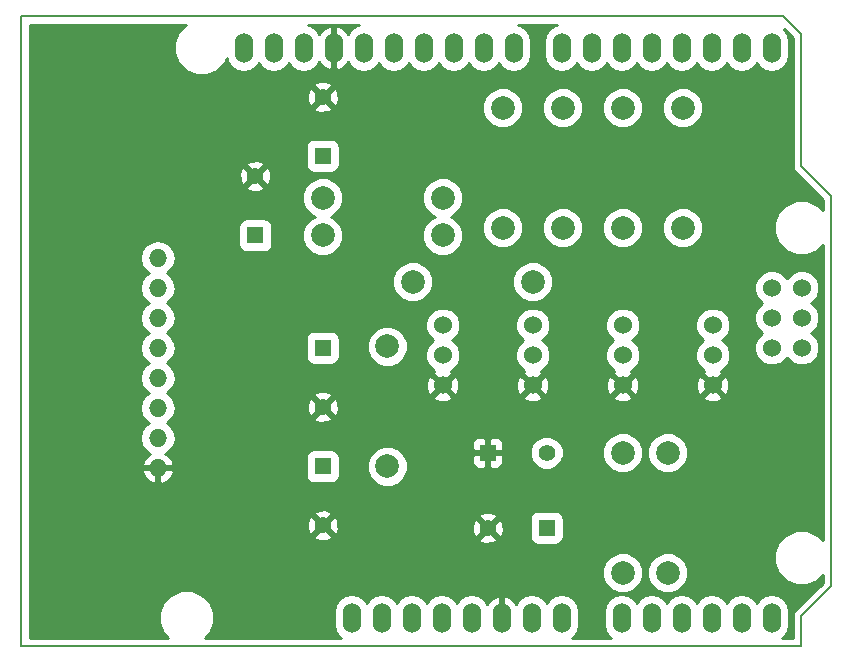
<source format=gtl>
G04 #@! TF.FileFunction,Copper,L1,Top,Signal*
%FSLAX46Y46*%
G04 Gerber Fmt 4.6, Leading zero omitted, Abs format (unit mm)*
G04 Created by KiCad (PCBNEW 4.0.6) date Thu May  4 10:17:07 2017*
%MOMM*%
%LPD*%
G01*
G04 APERTURE LIST*
%ADD10C,0.100000*%
%ADD11C,0.150000*%
%ADD12O,1.524000X2.540000*%
%ADD13C,1.524000*%
%ADD14R,1.400000X1.400000*%
%ADD15C,1.400000*%
%ADD16C,1.998980*%
%ADD17O,1.524000X1.524000*%
%ADD18C,0.254000*%
G04 APERTURE END LIST*
D10*
D11*
X183388000Y-81788000D02*
X185928000Y-84328000D01*
X183388000Y-70612000D02*
X183388000Y-81788000D01*
X181864000Y-69088000D02*
X183388000Y-70612000D01*
X117348000Y-69088000D02*
X181864000Y-69088000D01*
X117348000Y-122428000D02*
X117348000Y-69088000D01*
X183388000Y-122428000D02*
X117348000Y-122428000D01*
X183388000Y-119888000D02*
X183388000Y-122428000D01*
X185928000Y-117348000D02*
X183388000Y-119888000D01*
X185928000Y-84328000D02*
X185928000Y-117348000D01*
D12*
X180886100Y-120015000D03*
X178346100Y-120015000D03*
X175806100Y-120015000D03*
X168186100Y-120015000D03*
X170726100Y-120015000D03*
X173266100Y-120015000D03*
X163106100Y-120015000D03*
X160566100Y-120015000D03*
X158026100Y-120015000D03*
X152946100Y-120015000D03*
X150406100Y-120015000D03*
X180886100Y-71755000D03*
X178346100Y-71755000D03*
X175806100Y-71755000D03*
X173266100Y-71755000D03*
X170726100Y-71755000D03*
X168186100Y-71755000D03*
X165646100Y-71755000D03*
X163106100Y-71755000D03*
X159042100Y-71755000D03*
X156502100Y-71755000D03*
X153962100Y-71755000D03*
X151422100Y-71755000D03*
X148882100Y-71755000D03*
X146342100Y-71755000D03*
X143802100Y-71755000D03*
X141262100Y-71755000D03*
X155486100Y-120015000D03*
X138722100Y-71755000D03*
X136182100Y-71755000D03*
X147866100Y-120015000D03*
X145326100Y-120015000D03*
D13*
X180886100Y-92075000D03*
X183426100Y-92075000D03*
X180886100Y-94615000D03*
X183426100Y-94615000D03*
X180886100Y-97155000D03*
X183426100Y-97155000D03*
D14*
X161845000Y-112395000D03*
D15*
X156845000Y-112395000D03*
D14*
X156845000Y-106045000D03*
D15*
X161845000Y-106045000D03*
D14*
X142875000Y-107188000D03*
D15*
X142875000Y-112188000D03*
D14*
X142875000Y-97155000D03*
D15*
X142875000Y-102155000D03*
D14*
X137160000Y-87630000D03*
D15*
X137160000Y-82630000D03*
D14*
X142875000Y-80899000D03*
D15*
X142875000Y-75899000D03*
D13*
X153035000Y-97790000D03*
X153035000Y-100330000D03*
X153035000Y-95250000D03*
X160655000Y-97790000D03*
X160655000Y-100330000D03*
X160655000Y-95250000D03*
X168275000Y-97790000D03*
X168275000Y-100330000D03*
X168275000Y-95250000D03*
X175895000Y-97790000D03*
X175895000Y-100330000D03*
X175895000Y-95250000D03*
D16*
X172085000Y-106045000D03*
X172085000Y-116205000D03*
X168275000Y-106045000D03*
X168275000Y-116205000D03*
X158115000Y-86995000D03*
X158115000Y-76835000D03*
X163195000Y-86995000D03*
X163195000Y-76835000D03*
X168275000Y-86995000D03*
X168275000Y-76835000D03*
X173355000Y-86995000D03*
X173355000Y-76835000D03*
X148336000Y-107188000D03*
X148336000Y-97028000D03*
X150495000Y-91567000D03*
X160655000Y-91567000D03*
X142875000Y-87630000D03*
X153035000Y-87630000D03*
X142875000Y-84455000D03*
X153035000Y-84455000D03*
D17*
X128905000Y-89535000D03*
X128905000Y-92075000D03*
X128905000Y-94615000D03*
X128905000Y-97155000D03*
X128905000Y-99695000D03*
X128905000Y-102235000D03*
X128905000Y-104775000D03*
X128905000Y-107315000D03*
D18*
G36*
X130665106Y-70442229D02*
X130312002Y-71292598D01*
X130311199Y-72213363D01*
X130662818Y-73064346D01*
X131313329Y-73715994D01*
X132163698Y-74069098D01*
X133084463Y-74069901D01*
X133935446Y-73718282D01*
X134587094Y-73067771D01*
X134761737Y-72647185D01*
X134806443Y-72871940D01*
X135129218Y-73355006D01*
X135612284Y-73677781D01*
X136182100Y-73791124D01*
X136751916Y-73677781D01*
X137234982Y-73355006D01*
X137452100Y-73030067D01*
X137669218Y-73355006D01*
X138152284Y-73677781D01*
X138722100Y-73791124D01*
X139291916Y-73677781D01*
X139774982Y-73355006D01*
X139992100Y-73030067D01*
X140209218Y-73355006D01*
X140692284Y-73677781D01*
X141262100Y-73791124D01*
X141831916Y-73677781D01*
X142314982Y-73355006D01*
X142586855Y-72948120D01*
X142904074Y-73340630D01*
X143384823Y-73602260D01*
X143459030Y-73617220D01*
X143675100Y-73494720D01*
X143675100Y-71882000D01*
X143655100Y-71882000D01*
X143655100Y-71628000D01*
X143675100Y-71628000D01*
X143675100Y-70015280D01*
X143459030Y-69892780D01*
X143384823Y-69907740D01*
X142904074Y-70169370D01*
X142586855Y-70561880D01*
X142314982Y-70154994D01*
X141831916Y-69832219D01*
X141659885Y-69798000D01*
X145944315Y-69798000D01*
X145772284Y-69832219D01*
X145289218Y-70154994D01*
X145017345Y-70561880D01*
X144700126Y-70169370D01*
X144219377Y-69907740D01*
X144145170Y-69892780D01*
X143929100Y-70015280D01*
X143929100Y-71628000D01*
X143949100Y-71628000D01*
X143949100Y-71882000D01*
X143929100Y-71882000D01*
X143929100Y-73494720D01*
X144145170Y-73617220D01*
X144219377Y-73602260D01*
X144700126Y-73340630D01*
X145017345Y-72948120D01*
X145289218Y-73355006D01*
X145772284Y-73677781D01*
X146342100Y-73791124D01*
X146911916Y-73677781D01*
X147394982Y-73355006D01*
X147612100Y-73030067D01*
X147829218Y-73355006D01*
X148312284Y-73677781D01*
X148882100Y-73791124D01*
X149451916Y-73677781D01*
X149934982Y-73355006D01*
X150152100Y-73030067D01*
X150369218Y-73355006D01*
X150852284Y-73677781D01*
X151422100Y-73791124D01*
X151991916Y-73677781D01*
X152474982Y-73355006D01*
X152692100Y-73030067D01*
X152909218Y-73355006D01*
X153392284Y-73677781D01*
X153962100Y-73791124D01*
X154531916Y-73677781D01*
X155014982Y-73355006D01*
X155232100Y-73030067D01*
X155449218Y-73355006D01*
X155932284Y-73677781D01*
X156502100Y-73791124D01*
X157071916Y-73677781D01*
X157554982Y-73355006D01*
X157772100Y-73030067D01*
X157989218Y-73355006D01*
X158472284Y-73677781D01*
X159042100Y-73791124D01*
X159611916Y-73677781D01*
X160094982Y-73355006D01*
X160417757Y-72871940D01*
X160531100Y-72302124D01*
X160531100Y-71207876D01*
X160417757Y-70638060D01*
X160094982Y-70154994D01*
X159611916Y-69832219D01*
X159439885Y-69798000D01*
X162708315Y-69798000D01*
X162536284Y-69832219D01*
X162053218Y-70154994D01*
X161730443Y-70638060D01*
X161617100Y-71207876D01*
X161617100Y-72302124D01*
X161730443Y-72871940D01*
X162053218Y-73355006D01*
X162536284Y-73677781D01*
X163106100Y-73791124D01*
X163675916Y-73677781D01*
X164158982Y-73355006D01*
X164376100Y-73030067D01*
X164593218Y-73355006D01*
X165076284Y-73677781D01*
X165646100Y-73791124D01*
X166215916Y-73677781D01*
X166698982Y-73355006D01*
X166916100Y-73030067D01*
X167133218Y-73355006D01*
X167616284Y-73677781D01*
X168186100Y-73791124D01*
X168755916Y-73677781D01*
X169238982Y-73355006D01*
X169456100Y-73030067D01*
X169673218Y-73355006D01*
X170156284Y-73677781D01*
X170726100Y-73791124D01*
X171295916Y-73677781D01*
X171778982Y-73355006D01*
X171996100Y-73030067D01*
X172213218Y-73355006D01*
X172696284Y-73677781D01*
X173266100Y-73791124D01*
X173835916Y-73677781D01*
X174318982Y-73355006D01*
X174536100Y-73030067D01*
X174753218Y-73355006D01*
X175236284Y-73677781D01*
X175806100Y-73791124D01*
X176375916Y-73677781D01*
X176858982Y-73355006D01*
X177076100Y-73030067D01*
X177293218Y-73355006D01*
X177776284Y-73677781D01*
X178346100Y-73791124D01*
X178915916Y-73677781D01*
X179398982Y-73355006D01*
X179616100Y-73030067D01*
X179833218Y-73355006D01*
X180316284Y-73677781D01*
X180886100Y-73791124D01*
X181455916Y-73677781D01*
X181938982Y-73355006D01*
X182261757Y-72871940D01*
X182375100Y-72302124D01*
X182375100Y-71207876D01*
X182261757Y-70638060D01*
X181963306Y-70191398D01*
X182678000Y-70906091D01*
X182678000Y-81788000D01*
X182732046Y-82059705D01*
X182885954Y-82290046D01*
X185218000Y-84622091D01*
X185218000Y-85513972D01*
X184738871Y-85034006D01*
X183888502Y-84680902D01*
X182967737Y-84680099D01*
X182116754Y-85031718D01*
X181465106Y-85682229D01*
X181112002Y-86532598D01*
X181111199Y-87453363D01*
X181462818Y-88304346D01*
X182113329Y-88955994D01*
X182963698Y-89309098D01*
X183884463Y-89309901D01*
X184735446Y-88958282D01*
X185218000Y-88476570D01*
X185218000Y-113453972D01*
X184738871Y-112974006D01*
X183888502Y-112620902D01*
X182967737Y-112620099D01*
X182116754Y-112971718D01*
X181465106Y-113622229D01*
X181112002Y-114472598D01*
X181111199Y-115393363D01*
X181462818Y-116244346D01*
X182113329Y-116895994D01*
X182963698Y-117249098D01*
X183884463Y-117249901D01*
X184735446Y-116898282D01*
X185218000Y-116416570D01*
X185218000Y-117053909D01*
X182885954Y-119385954D01*
X182732046Y-119616295D01*
X182678000Y-119888000D01*
X182678000Y-121718000D01*
X181784841Y-121718000D01*
X181938982Y-121615006D01*
X182261757Y-121131940D01*
X182375100Y-120562124D01*
X182375100Y-119467876D01*
X182261757Y-118898060D01*
X181938982Y-118414994D01*
X181455916Y-118092219D01*
X180886100Y-117978876D01*
X180316284Y-118092219D01*
X179833218Y-118414994D01*
X179616100Y-118739933D01*
X179398982Y-118414994D01*
X178915916Y-118092219D01*
X178346100Y-117978876D01*
X177776284Y-118092219D01*
X177293218Y-118414994D01*
X177076100Y-118739933D01*
X176858982Y-118414994D01*
X176375916Y-118092219D01*
X175806100Y-117978876D01*
X175236284Y-118092219D01*
X174753218Y-118414994D01*
X174536100Y-118739933D01*
X174318982Y-118414994D01*
X173835916Y-118092219D01*
X173266100Y-117978876D01*
X172696284Y-118092219D01*
X172213218Y-118414994D01*
X171996100Y-118739933D01*
X171778982Y-118414994D01*
X171295916Y-118092219D01*
X170726100Y-117978876D01*
X170156284Y-118092219D01*
X169673218Y-118414994D01*
X169456100Y-118739933D01*
X169238982Y-118414994D01*
X168755916Y-118092219D01*
X168186100Y-117978876D01*
X167616284Y-118092219D01*
X167133218Y-118414994D01*
X166810443Y-118898060D01*
X166697100Y-119467876D01*
X166697100Y-120562124D01*
X166810443Y-121131940D01*
X167133218Y-121615006D01*
X167287359Y-121718000D01*
X164004841Y-121718000D01*
X164158982Y-121615006D01*
X164481757Y-121131940D01*
X164595100Y-120562124D01*
X164595100Y-119467876D01*
X164481757Y-118898060D01*
X164158982Y-118414994D01*
X163675916Y-118092219D01*
X163106100Y-117978876D01*
X162536284Y-118092219D01*
X162053218Y-118414994D01*
X161836100Y-118739933D01*
X161618982Y-118414994D01*
X161135916Y-118092219D01*
X160566100Y-117978876D01*
X159996284Y-118092219D01*
X159513218Y-118414994D01*
X159241345Y-118821880D01*
X158924126Y-118429370D01*
X158443377Y-118167740D01*
X158369170Y-118152780D01*
X158153100Y-118275280D01*
X158153100Y-119888000D01*
X158173100Y-119888000D01*
X158173100Y-120142000D01*
X158153100Y-120142000D01*
X158153100Y-120162000D01*
X157899100Y-120162000D01*
X157899100Y-120142000D01*
X157879100Y-120142000D01*
X157879100Y-119888000D01*
X157899100Y-119888000D01*
X157899100Y-118275280D01*
X157683030Y-118152780D01*
X157608823Y-118167740D01*
X157128074Y-118429370D01*
X156810855Y-118821880D01*
X156538982Y-118414994D01*
X156055916Y-118092219D01*
X155486100Y-117978876D01*
X154916284Y-118092219D01*
X154433218Y-118414994D01*
X154216100Y-118739933D01*
X153998982Y-118414994D01*
X153515916Y-118092219D01*
X152946100Y-117978876D01*
X152376284Y-118092219D01*
X151893218Y-118414994D01*
X151676100Y-118739933D01*
X151458982Y-118414994D01*
X150975916Y-118092219D01*
X150406100Y-117978876D01*
X149836284Y-118092219D01*
X149353218Y-118414994D01*
X149136100Y-118739933D01*
X148918982Y-118414994D01*
X148435916Y-118092219D01*
X147866100Y-117978876D01*
X147296284Y-118092219D01*
X146813218Y-118414994D01*
X146596100Y-118739933D01*
X146378982Y-118414994D01*
X145895916Y-118092219D01*
X145326100Y-117978876D01*
X144756284Y-118092219D01*
X144273218Y-118414994D01*
X143950443Y-118898060D01*
X143837100Y-119467876D01*
X143837100Y-120562124D01*
X143950443Y-121131940D01*
X144273218Y-121615006D01*
X144427359Y-121718000D01*
X132926183Y-121718000D01*
X133317094Y-121327771D01*
X133670198Y-120477402D01*
X133671001Y-119556637D01*
X133319382Y-118705654D01*
X132668871Y-118054006D01*
X131818502Y-117700902D01*
X130897737Y-117700099D01*
X130046754Y-118051718D01*
X129395106Y-118702229D01*
X129042002Y-119552598D01*
X129041199Y-120473363D01*
X129392818Y-121324346D01*
X129785785Y-121718000D01*
X118058000Y-121718000D01*
X118058000Y-116546913D01*
X166548211Y-116546913D01*
X166810500Y-117181700D01*
X167295745Y-117667794D01*
X167930073Y-117931190D01*
X168616913Y-117931789D01*
X169251700Y-117669500D01*
X169737794Y-117184255D01*
X170001190Y-116549927D01*
X170001192Y-116546913D01*
X170358211Y-116546913D01*
X170620500Y-117181700D01*
X171105745Y-117667794D01*
X171740073Y-117931190D01*
X172426913Y-117931789D01*
X173061700Y-117669500D01*
X173547794Y-117184255D01*
X173811190Y-116549927D01*
X173811789Y-115863087D01*
X173549500Y-115228300D01*
X173064255Y-114742206D01*
X172429927Y-114478810D01*
X171743087Y-114478211D01*
X171108300Y-114740500D01*
X170622206Y-115225745D01*
X170358810Y-115860073D01*
X170358211Y-116546913D01*
X170001192Y-116546913D01*
X170001789Y-115863087D01*
X169739500Y-115228300D01*
X169254255Y-114742206D01*
X168619927Y-114478810D01*
X167933087Y-114478211D01*
X167298300Y-114740500D01*
X166812206Y-115225745D01*
X166548810Y-115860073D01*
X166548211Y-116546913D01*
X118058000Y-116546913D01*
X118058000Y-113123275D01*
X142119331Y-113123275D01*
X142181169Y-113359042D01*
X142682122Y-113535419D01*
X143212440Y-113506664D01*
X143568831Y-113359042D01*
X143576376Y-113330275D01*
X156089331Y-113330275D01*
X156151169Y-113566042D01*
X156652122Y-113742419D01*
X157182440Y-113713664D01*
X157538831Y-113566042D01*
X157600669Y-113330275D01*
X156845000Y-112574605D01*
X156089331Y-113330275D01*
X143576376Y-113330275D01*
X143630669Y-113123275D01*
X142875000Y-112367605D01*
X142119331Y-113123275D01*
X118058000Y-113123275D01*
X118058000Y-111995122D01*
X141527581Y-111995122D01*
X141556336Y-112525440D01*
X141703958Y-112881831D01*
X141939725Y-112943669D01*
X142695395Y-112188000D01*
X143054605Y-112188000D01*
X143810275Y-112943669D01*
X144046042Y-112881831D01*
X144222419Y-112380878D01*
X144212727Y-112202122D01*
X155497581Y-112202122D01*
X155526336Y-112732440D01*
X155673958Y-113088831D01*
X155909725Y-113150669D01*
X156665395Y-112395000D01*
X157024605Y-112395000D01*
X157780275Y-113150669D01*
X158016042Y-113088831D01*
X158192419Y-112587878D01*
X158163664Y-112057560D01*
X158016042Y-111701169D01*
X157992522Y-111695000D01*
X160403758Y-111695000D01*
X160403758Y-113095000D01*
X160454451Y-113364410D01*
X160613672Y-113611846D01*
X160856615Y-113777843D01*
X161145000Y-113836242D01*
X162545000Y-113836242D01*
X162814410Y-113785549D01*
X163061846Y-113626328D01*
X163227843Y-113383385D01*
X163286242Y-113095000D01*
X163286242Y-111695000D01*
X163235549Y-111425590D01*
X163076328Y-111178154D01*
X162833385Y-111012157D01*
X162545000Y-110953758D01*
X161145000Y-110953758D01*
X160875590Y-111004451D01*
X160628154Y-111163672D01*
X160462157Y-111406615D01*
X160403758Y-111695000D01*
X157992522Y-111695000D01*
X157780275Y-111639331D01*
X157024605Y-112395000D01*
X156665395Y-112395000D01*
X155909725Y-111639331D01*
X155673958Y-111701169D01*
X155497581Y-112202122D01*
X144212727Y-112202122D01*
X144193664Y-111850560D01*
X144046042Y-111494169D01*
X143914719Y-111459725D01*
X156089331Y-111459725D01*
X156845000Y-112215395D01*
X157600669Y-111459725D01*
X157538831Y-111223958D01*
X157037878Y-111047581D01*
X156507560Y-111076336D01*
X156151169Y-111223958D01*
X156089331Y-111459725D01*
X143914719Y-111459725D01*
X143810275Y-111432331D01*
X143054605Y-112188000D01*
X142695395Y-112188000D01*
X141939725Y-111432331D01*
X141703958Y-111494169D01*
X141527581Y-111995122D01*
X118058000Y-111995122D01*
X118058000Y-111252725D01*
X142119331Y-111252725D01*
X142875000Y-112008395D01*
X143630669Y-111252725D01*
X143568831Y-111016958D01*
X143067878Y-110840581D01*
X142537560Y-110869336D01*
X142181169Y-111016958D01*
X142119331Y-111252725D01*
X118058000Y-111252725D01*
X118058000Y-107658070D01*
X127550780Y-107658070D01*
X127704826Y-108029997D01*
X128069801Y-108434858D01*
X128561928Y-108669231D01*
X128778000Y-108547476D01*
X128778000Y-107442000D01*
X129032000Y-107442000D01*
X129032000Y-108547476D01*
X129248072Y-108669231D01*
X129740199Y-108434858D01*
X130105174Y-108029997D01*
X130259220Y-107658070D01*
X130136720Y-107442000D01*
X129032000Y-107442000D01*
X128778000Y-107442000D01*
X127673280Y-107442000D01*
X127550780Y-107658070D01*
X118058000Y-107658070D01*
X118058000Y-89535000D01*
X127386829Y-89535000D01*
X127500172Y-90104816D01*
X127822947Y-90587882D01*
X128147886Y-90805000D01*
X127822947Y-91022118D01*
X127500172Y-91505184D01*
X127386829Y-92075000D01*
X127500172Y-92644816D01*
X127822947Y-93127882D01*
X128147886Y-93345000D01*
X127822947Y-93562118D01*
X127500172Y-94045184D01*
X127386829Y-94615000D01*
X127500172Y-95184816D01*
X127822947Y-95667882D01*
X128147886Y-95885000D01*
X127822947Y-96102118D01*
X127500172Y-96585184D01*
X127386829Y-97155000D01*
X127500172Y-97724816D01*
X127822947Y-98207882D01*
X128147886Y-98425000D01*
X127822947Y-98642118D01*
X127500172Y-99125184D01*
X127386829Y-99695000D01*
X127500172Y-100264816D01*
X127822947Y-100747882D01*
X128147886Y-100965000D01*
X127822947Y-101182118D01*
X127500172Y-101665184D01*
X127386829Y-102235000D01*
X127500172Y-102804816D01*
X127822947Y-103287882D01*
X128147886Y-103505000D01*
X127822947Y-103722118D01*
X127500172Y-104205184D01*
X127386829Y-104775000D01*
X127500172Y-105344816D01*
X127822947Y-105827882D01*
X128246586Y-106110949D01*
X128069801Y-106195142D01*
X127704826Y-106600003D01*
X127550780Y-106971930D01*
X127673280Y-107188000D01*
X128778000Y-107188000D01*
X128778000Y-107168000D01*
X129032000Y-107168000D01*
X129032000Y-107188000D01*
X130136720Y-107188000D01*
X130259220Y-106971930D01*
X130105174Y-106600003D01*
X130004206Y-106488000D01*
X141433758Y-106488000D01*
X141433758Y-107888000D01*
X141484451Y-108157410D01*
X141643672Y-108404846D01*
X141886615Y-108570843D01*
X142175000Y-108629242D01*
X143575000Y-108629242D01*
X143844410Y-108578549D01*
X144091846Y-108419328D01*
X144257843Y-108176385D01*
X144316242Y-107888000D01*
X144316242Y-107529913D01*
X146609211Y-107529913D01*
X146871500Y-108164700D01*
X147356745Y-108650794D01*
X147991073Y-108914190D01*
X148677913Y-108914789D01*
X149312700Y-108652500D01*
X149798794Y-108167255D01*
X150062190Y-107532927D01*
X150062789Y-106846087D01*
X149849856Y-106330750D01*
X155510000Y-106330750D01*
X155510000Y-106871310D01*
X155606673Y-107104699D01*
X155785302Y-107283327D01*
X156018691Y-107380000D01*
X156559250Y-107380000D01*
X156718000Y-107221250D01*
X156718000Y-106172000D01*
X156972000Y-106172000D01*
X156972000Y-107221250D01*
X157130750Y-107380000D01*
X157671309Y-107380000D01*
X157904698Y-107283327D01*
X158083327Y-107104699D01*
X158180000Y-106871310D01*
X158180000Y-106330750D01*
X158176853Y-106327603D01*
X160417752Y-106327603D01*
X160634543Y-106852275D01*
X161035614Y-107254047D01*
X161559907Y-107471752D01*
X162127603Y-107472248D01*
X162652275Y-107255457D01*
X163054047Y-106854386D01*
X163248158Y-106386913D01*
X166548211Y-106386913D01*
X166810500Y-107021700D01*
X167295745Y-107507794D01*
X167930073Y-107771190D01*
X168616913Y-107771789D01*
X169251700Y-107509500D01*
X169737794Y-107024255D01*
X170001190Y-106389927D01*
X170001192Y-106386913D01*
X170358211Y-106386913D01*
X170620500Y-107021700D01*
X171105745Y-107507794D01*
X171740073Y-107771190D01*
X172426913Y-107771789D01*
X173061700Y-107509500D01*
X173547794Y-107024255D01*
X173811190Y-106389927D01*
X173811789Y-105703087D01*
X173549500Y-105068300D01*
X173064255Y-104582206D01*
X172429927Y-104318810D01*
X171743087Y-104318211D01*
X171108300Y-104580500D01*
X170622206Y-105065745D01*
X170358810Y-105700073D01*
X170358211Y-106386913D01*
X170001192Y-106386913D01*
X170001789Y-105703087D01*
X169739500Y-105068300D01*
X169254255Y-104582206D01*
X168619927Y-104318810D01*
X167933087Y-104318211D01*
X167298300Y-104580500D01*
X166812206Y-105065745D01*
X166548810Y-105700073D01*
X166548211Y-106386913D01*
X163248158Y-106386913D01*
X163271752Y-106330093D01*
X163272248Y-105762397D01*
X163055457Y-105237725D01*
X162654386Y-104835953D01*
X162130093Y-104618248D01*
X161562397Y-104617752D01*
X161037725Y-104834543D01*
X160635953Y-105235614D01*
X160418248Y-105759907D01*
X160417752Y-106327603D01*
X158176853Y-106327603D01*
X158021250Y-106172000D01*
X156972000Y-106172000D01*
X156718000Y-106172000D01*
X155668750Y-106172000D01*
X155510000Y-106330750D01*
X149849856Y-106330750D01*
X149800500Y-106211300D01*
X149315255Y-105725206D01*
X148680927Y-105461810D01*
X147994087Y-105461211D01*
X147359300Y-105723500D01*
X146873206Y-106208745D01*
X146609810Y-106843073D01*
X146609211Y-107529913D01*
X144316242Y-107529913D01*
X144316242Y-106488000D01*
X144265549Y-106218590D01*
X144106328Y-105971154D01*
X143863385Y-105805157D01*
X143575000Y-105746758D01*
X142175000Y-105746758D01*
X141905590Y-105797451D01*
X141658154Y-105956672D01*
X141492157Y-106199615D01*
X141433758Y-106488000D01*
X130004206Y-106488000D01*
X129740199Y-106195142D01*
X129563414Y-106110949D01*
X129987053Y-105827882D01*
X130309828Y-105344816D01*
X130334915Y-105218690D01*
X155510000Y-105218690D01*
X155510000Y-105759250D01*
X155668750Y-105918000D01*
X156718000Y-105918000D01*
X156718000Y-104868750D01*
X156972000Y-104868750D01*
X156972000Y-105918000D01*
X158021250Y-105918000D01*
X158180000Y-105759250D01*
X158180000Y-105218690D01*
X158083327Y-104985301D01*
X157904698Y-104806673D01*
X157671309Y-104710000D01*
X157130750Y-104710000D01*
X156972000Y-104868750D01*
X156718000Y-104868750D01*
X156559250Y-104710000D01*
X156018691Y-104710000D01*
X155785302Y-104806673D01*
X155606673Y-104985301D01*
X155510000Y-105218690D01*
X130334915Y-105218690D01*
X130423171Y-104775000D01*
X130309828Y-104205184D01*
X129987053Y-103722118D01*
X129662114Y-103505000D01*
X129987053Y-103287882D01*
X130119090Y-103090275D01*
X142119331Y-103090275D01*
X142181169Y-103326042D01*
X142682122Y-103502419D01*
X143212440Y-103473664D01*
X143568831Y-103326042D01*
X143630669Y-103090275D01*
X142875000Y-102334605D01*
X142119331Y-103090275D01*
X130119090Y-103090275D01*
X130309828Y-102804816D01*
X130423171Y-102235000D01*
X130368893Y-101962122D01*
X141527581Y-101962122D01*
X141556336Y-102492440D01*
X141703958Y-102848831D01*
X141939725Y-102910669D01*
X142695395Y-102155000D01*
X143054605Y-102155000D01*
X143810275Y-102910669D01*
X144046042Y-102848831D01*
X144222419Y-102347878D01*
X144193664Y-101817560D01*
X144046042Y-101461169D01*
X143810275Y-101399331D01*
X143054605Y-102155000D01*
X142695395Y-102155000D01*
X141939725Y-101399331D01*
X141703958Y-101461169D01*
X141527581Y-101962122D01*
X130368893Y-101962122D01*
X130309828Y-101665184D01*
X130012182Y-101219725D01*
X142119331Y-101219725D01*
X142875000Y-101975395D01*
X143540181Y-101310213D01*
X152234392Y-101310213D01*
X152303857Y-101552397D01*
X152827302Y-101739144D01*
X153382368Y-101711362D01*
X153766143Y-101552397D01*
X153835608Y-101310213D01*
X159854392Y-101310213D01*
X159923857Y-101552397D01*
X160447302Y-101739144D01*
X161002368Y-101711362D01*
X161386143Y-101552397D01*
X161455608Y-101310213D01*
X167474392Y-101310213D01*
X167543857Y-101552397D01*
X168067302Y-101739144D01*
X168622368Y-101711362D01*
X169006143Y-101552397D01*
X169075608Y-101310213D01*
X175094392Y-101310213D01*
X175163857Y-101552397D01*
X175687302Y-101739144D01*
X176242368Y-101711362D01*
X176626143Y-101552397D01*
X176695608Y-101310213D01*
X175895000Y-100509605D01*
X175094392Y-101310213D01*
X169075608Y-101310213D01*
X168275000Y-100509605D01*
X167474392Y-101310213D01*
X161455608Y-101310213D01*
X160655000Y-100509605D01*
X159854392Y-101310213D01*
X153835608Y-101310213D01*
X153035000Y-100509605D01*
X152234392Y-101310213D01*
X143540181Y-101310213D01*
X143630669Y-101219725D01*
X143568831Y-100983958D01*
X143067878Y-100807581D01*
X142537560Y-100836336D01*
X142181169Y-100983958D01*
X142119331Y-101219725D01*
X130012182Y-101219725D01*
X129987053Y-101182118D01*
X129662114Y-100965000D01*
X129987053Y-100747882D01*
X130309828Y-100264816D01*
X130338175Y-100122302D01*
X151625856Y-100122302D01*
X151653638Y-100677368D01*
X151812603Y-101061143D01*
X152054787Y-101130608D01*
X152855395Y-100330000D01*
X153214605Y-100330000D01*
X154015213Y-101130608D01*
X154257397Y-101061143D01*
X154444144Y-100537698D01*
X154423353Y-100122302D01*
X159245856Y-100122302D01*
X159273638Y-100677368D01*
X159432603Y-101061143D01*
X159674787Y-101130608D01*
X160475395Y-100330000D01*
X160834605Y-100330000D01*
X161635213Y-101130608D01*
X161877397Y-101061143D01*
X162064144Y-100537698D01*
X162043353Y-100122302D01*
X166865856Y-100122302D01*
X166893638Y-100677368D01*
X167052603Y-101061143D01*
X167294787Y-101130608D01*
X168095395Y-100330000D01*
X168454605Y-100330000D01*
X169255213Y-101130608D01*
X169497397Y-101061143D01*
X169684144Y-100537698D01*
X169663353Y-100122302D01*
X174485856Y-100122302D01*
X174513638Y-100677368D01*
X174672603Y-101061143D01*
X174914787Y-101130608D01*
X175715395Y-100330000D01*
X176074605Y-100330000D01*
X176875213Y-101130608D01*
X177117397Y-101061143D01*
X177304144Y-100537698D01*
X177276362Y-99982632D01*
X177117397Y-99598857D01*
X176875213Y-99529392D01*
X176074605Y-100330000D01*
X175715395Y-100330000D01*
X174914787Y-99529392D01*
X174672603Y-99598857D01*
X174485856Y-100122302D01*
X169663353Y-100122302D01*
X169656362Y-99982632D01*
X169497397Y-99598857D01*
X169255213Y-99529392D01*
X168454605Y-100330000D01*
X168095395Y-100330000D01*
X167294787Y-99529392D01*
X167052603Y-99598857D01*
X166865856Y-100122302D01*
X162043353Y-100122302D01*
X162036362Y-99982632D01*
X161877397Y-99598857D01*
X161635213Y-99529392D01*
X160834605Y-100330000D01*
X160475395Y-100330000D01*
X159674787Y-99529392D01*
X159432603Y-99598857D01*
X159245856Y-100122302D01*
X154423353Y-100122302D01*
X154416362Y-99982632D01*
X154257397Y-99598857D01*
X154015213Y-99529392D01*
X153214605Y-100330000D01*
X152855395Y-100330000D01*
X152054787Y-99529392D01*
X151812603Y-99598857D01*
X151625856Y-100122302D01*
X130338175Y-100122302D01*
X130423171Y-99695000D01*
X130309828Y-99125184D01*
X129987053Y-98642118D01*
X129662114Y-98425000D01*
X129987053Y-98207882D01*
X130309828Y-97724816D01*
X130423171Y-97155000D01*
X130309828Y-96585184D01*
X130222842Y-96455000D01*
X141433758Y-96455000D01*
X141433758Y-97855000D01*
X141484451Y-98124410D01*
X141643672Y-98371846D01*
X141886615Y-98537843D01*
X142175000Y-98596242D01*
X143575000Y-98596242D01*
X143844410Y-98545549D01*
X144091846Y-98386328D01*
X144257843Y-98143385D01*
X144316242Y-97855000D01*
X144316242Y-97369913D01*
X146609211Y-97369913D01*
X146871500Y-98004700D01*
X147356745Y-98490794D01*
X147991073Y-98754190D01*
X148677913Y-98754789D01*
X149312700Y-98492500D01*
X149798794Y-98007255D01*
X150062190Y-97372927D01*
X150062789Y-96686087D01*
X149800500Y-96051300D01*
X149315255Y-95565206D01*
X149266307Y-95544881D01*
X151545742Y-95544881D01*
X151771951Y-96092349D01*
X152190448Y-96511577D01*
X152210105Y-96519739D01*
X152192651Y-96526951D01*
X151773423Y-96945448D01*
X151546259Y-97492520D01*
X151545742Y-98084881D01*
X151771951Y-98632349D01*
X152190448Y-99051577D01*
X152314629Y-99103141D01*
X152303857Y-99107603D01*
X152234392Y-99349787D01*
X153035000Y-100150395D01*
X153835608Y-99349787D01*
X153766143Y-99107603D01*
X153754967Y-99103616D01*
X153877349Y-99053049D01*
X154296577Y-98634552D01*
X154523741Y-98087480D01*
X154524258Y-97495119D01*
X154298049Y-96947651D01*
X153879552Y-96528423D01*
X153859895Y-96520261D01*
X153877349Y-96513049D01*
X154296577Y-96094552D01*
X154523741Y-95547480D01*
X154523743Y-95544881D01*
X159165742Y-95544881D01*
X159391951Y-96092349D01*
X159810448Y-96511577D01*
X159830105Y-96519739D01*
X159812651Y-96526951D01*
X159393423Y-96945448D01*
X159166259Y-97492520D01*
X159165742Y-98084881D01*
X159391951Y-98632349D01*
X159810448Y-99051577D01*
X159934629Y-99103141D01*
X159923857Y-99107603D01*
X159854392Y-99349787D01*
X160655000Y-100150395D01*
X161455608Y-99349787D01*
X161386143Y-99107603D01*
X161374967Y-99103616D01*
X161497349Y-99053049D01*
X161916577Y-98634552D01*
X162143741Y-98087480D01*
X162144258Y-97495119D01*
X161918049Y-96947651D01*
X161499552Y-96528423D01*
X161479895Y-96520261D01*
X161497349Y-96513049D01*
X161916577Y-96094552D01*
X162143741Y-95547480D01*
X162143743Y-95544881D01*
X166785742Y-95544881D01*
X167011951Y-96092349D01*
X167430448Y-96511577D01*
X167450105Y-96519739D01*
X167432651Y-96526951D01*
X167013423Y-96945448D01*
X166786259Y-97492520D01*
X166785742Y-98084881D01*
X167011951Y-98632349D01*
X167430448Y-99051577D01*
X167554629Y-99103141D01*
X167543857Y-99107603D01*
X167474392Y-99349787D01*
X168275000Y-100150395D01*
X169075608Y-99349787D01*
X169006143Y-99107603D01*
X168994967Y-99103616D01*
X169117349Y-99053049D01*
X169536577Y-98634552D01*
X169763741Y-98087480D01*
X169764258Y-97495119D01*
X169538049Y-96947651D01*
X169119552Y-96528423D01*
X169099895Y-96520261D01*
X169117349Y-96513049D01*
X169536577Y-96094552D01*
X169763741Y-95547480D01*
X169763743Y-95544881D01*
X174405742Y-95544881D01*
X174631951Y-96092349D01*
X175050448Y-96511577D01*
X175070105Y-96519739D01*
X175052651Y-96526951D01*
X174633423Y-96945448D01*
X174406259Y-97492520D01*
X174405742Y-98084881D01*
X174631951Y-98632349D01*
X175050448Y-99051577D01*
X175174629Y-99103141D01*
X175163857Y-99107603D01*
X175094392Y-99349787D01*
X175895000Y-100150395D01*
X176695608Y-99349787D01*
X176626143Y-99107603D01*
X176614967Y-99103616D01*
X176737349Y-99053049D01*
X177156577Y-98634552D01*
X177383741Y-98087480D01*
X177384258Y-97495119D01*
X177158049Y-96947651D01*
X176739552Y-96528423D01*
X176719895Y-96520261D01*
X176737349Y-96513049D01*
X177156577Y-96094552D01*
X177383741Y-95547480D01*
X177384258Y-94955119D01*
X177158049Y-94407651D01*
X176739552Y-93988423D01*
X176192480Y-93761259D01*
X175600119Y-93760742D01*
X175052651Y-93986951D01*
X174633423Y-94405448D01*
X174406259Y-94952520D01*
X174405742Y-95544881D01*
X169763743Y-95544881D01*
X169764258Y-94955119D01*
X169538049Y-94407651D01*
X169119552Y-93988423D01*
X168572480Y-93761259D01*
X167980119Y-93760742D01*
X167432651Y-93986951D01*
X167013423Y-94405448D01*
X166786259Y-94952520D01*
X166785742Y-95544881D01*
X162143743Y-95544881D01*
X162144258Y-94955119D01*
X161918049Y-94407651D01*
X161499552Y-93988423D01*
X160952480Y-93761259D01*
X160360119Y-93760742D01*
X159812651Y-93986951D01*
X159393423Y-94405448D01*
X159166259Y-94952520D01*
X159165742Y-95544881D01*
X154523743Y-95544881D01*
X154524258Y-94955119D01*
X154298049Y-94407651D01*
X153879552Y-93988423D01*
X153332480Y-93761259D01*
X152740119Y-93760742D01*
X152192651Y-93986951D01*
X151773423Y-94405448D01*
X151546259Y-94952520D01*
X151545742Y-95544881D01*
X149266307Y-95544881D01*
X148680927Y-95301810D01*
X147994087Y-95301211D01*
X147359300Y-95563500D01*
X146873206Y-96048745D01*
X146609810Y-96683073D01*
X146609211Y-97369913D01*
X144316242Y-97369913D01*
X144316242Y-96455000D01*
X144265549Y-96185590D01*
X144106328Y-95938154D01*
X143863385Y-95772157D01*
X143575000Y-95713758D01*
X142175000Y-95713758D01*
X141905590Y-95764451D01*
X141658154Y-95923672D01*
X141492157Y-96166615D01*
X141433758Y-96455000D01*
X130222842Y-96455000D01*
X129987053Y-96102118D01*
X129662114Y-95885000D01*
X129987053Y-95667882D01*
X130309828Y-95184816D01*
X130423171Y-94615000D01*
X130309828Y-94045184D01*
X129987053Y-93562118D01*
X129662114Y-93345000D01*
X129987053Y-93127882D01*
X130309828Y-92644816D01*
X130423171Y-92075000D01*
X130390135Y-91908913D01*
X148768211Y-91908913D01*
X149030500Y-92543700D01*
X149515745Y-93029794D01*
X150150073Y-93293190D01*
X150836913Y-93293789D01*
X151471700Y-93031500D01*
X151957794Y-92546255D01*
X152221190Y-91911927D01*
X152221192Y-91908913D01*
X158928211Y-91908913D01*
X159190500Y-92543700D01*
X159675745Y-93029794D01*
X160310073Y-93293190D01*
X160996913Y-93293789D01*
X161631700Y-93031500D01*
X162117794Y-92546255D01*
X162191030Y-92369881D01*
X179396842Y-92369881D01*
X179623051Y-92917349D01*
X180041548Y-93336577D01*
X180061205Y-93344739D01*
X180043751Y-93351951D01*
X179624523Y-93770448D01*
X179397359Y-94317520D01*
X179396842Y-94909881D01*
X179623051Y-95457349D01*
X180041548Y-95876577D01*
X180061205Y-95884739D01*
X180043751Y-95891951D01*
X179624523Y-96310448D01*
X179397359Y-96857520D01*
X179396842Y-97449881D01*
X179623051Y-97997349D01*
X180041548Y-98416577D01*
X180588620Y-98643741D01*
X181180981Y-98644258D01*
X181728449Y-98418049D01*
X182147677Y-97999552D01*
X182155839Y-97979895D01*
X182163051Y-97997349D01*
X182581548Y-98416577D01*
X183128620Y-98643741D01*
X183720981Y-98644258D01*
X184268449Y-98418049D01*
X184687677Y-97999552D01*
X184914841Y-97452480D01*
X184915358Y-96860119D01*
X184689149Y-96312651D01*
X184270652Y-95893423D01*
X184250995Y-95885261D01*
X184268449Y-95878049D01*
X184687677Y-95459552D01*
X184914841Y-94912480D01*
X184915358Y-94320119D01*
X184689149Y-93772651D01*
X184270652Y-93353423D01*
X184250995Y-93345261D01*
X184268449Y-93338049D01*
X184687677Y-92919552D01*
X184914841Y-92372480D01*
X184915358Y-91780119D01*
X184689149Y-91232651D01*
X184270652Y-90813423D01*
X183723580Y-90586259D01*
X183131219Y-90585742D01*
X182583751Y-90811951D01*
X182164523Y-91230448D01*
X182156361Y-91250105D01*
X182149149Y-91232651D01*
X181730652Y-90813423D01*
X181183580Y-90586259D01*
X180591219Y-90585742D01*
X180043751Y-90811951D01*
X179624523Y-91230448D01*
X179397359Y-91777520D01*
X179396842Y-92369881D01*
X162191030Y-92369881D01*
X162381190Y-91911927D01*
X162381789Y-91225087D01*
X162119500Y-90590300D01*
X161634255Y-90104206D01*
X160999927Y-89840810D01*
X160313087Y-89840211D01*
X159678300Y-90102500D01*
X159192206Y-90587745D01*
X158928810Y-91222073D01*
X158928211Y-91908913D01*
X152221192Y-91908913D01*
X152221789Y-91225087D01*
X151959500Y-90590300D01*
X151474255Y-90104206D01*
X150839927Y-89840810D01*
X150153087Y-89840211D01*
X149518300Y-90102500D01*
X149032206Y-90587745D01*
X148768810Y-91222073D01*
X148768211Y-91908913D01*
X130390135Y-91908913D01*
X130309828Y-91505184D01*
X129987053Y-91022118D01*
X129662114Y-90805000D01*
X129987053Y-90587882D01*
X130309828Y-90104816D01*
X130423171Y-89535000D01*
X130309828Y-88965184D01*
X129987053Y-88482118D01*
X129503987Y-88159343D01*
X128934171Y-88046000D01*
X128875829Y-88046000D01*
X128306013Y-88159343D01*
X127822947Y-88482118D01*
X127500172Y-88965184D01*
X127386829Y-89535000D01*
X118058000Y-89535000D01*
X118058000Y-86930000D01*
X135718758Y-86930000D01*
X135718758Y-88330000D01*
X135769451Y-88599410D01*
X135928672Y-88846846D01*
X136171615Y-89012843D01*
X136460000Y-89071242D01*
X137860000Y-89071242D01*
X138129410Y-89020549D01*
X138376846Y-88861328D01*
X138542843Y-88618385D01*
X138601242Y-88330000D01*
X138601242Y-86930000D01*
X138550549Y-86660590D01*
X138391328Y-86413154D01*
X138148385Y-86247157D01*
X137860000Y-86188758D01*
X136460000Y-86188758D01*
X136190590Y-86239451D01*
X135943154Y-86398672D01*
X135777157Y-86641615D01*
X135718758Y-86930000D01*
X118058000Y-86930000D01*
X118058000Y-84796913D01*
X141148211Y-84796913D01*
X141410500Y-85431700D01*
X141895745Y-85917794D01*
X142196026Y-86042482D01*
X141898300Y-86165500D01*
X141412206Y-86650745D01*
X141148810Y-87285073D01*
X141148211Y-87971913D01*
X141410500Y-88606700D01*
X141895745Y-89092794D01*
X142530073Y-89356190D01*
X143216913Y-89356789D01*
X143851700Y-89094500D01*
X144337794Y-88609255D01*
X144601190Y-87974927D01*
X144601789Y-87288087D01*
X144339500Y-86653300D01*
X143854255Y-86167206D01*
X143553974Y-86042518D01*
X143851700Y-85919500D01*
X144337794Y-85434255D01*
X144601190Y-84799927D01*
X144601192Y-84796913D01*
X151308211Y-84796913D01*
X151570500Y-85431700D01*
X152055745Y-85917794D01*
X152356026Y-86042482D01*
X152058300Y-86165500D01*
X151572206Y-86650745D01*
X151308810Y-87285073D01*
X151308211Y-87971913D01*
X151570500Y-88606700D01*
X152055745Y-89092794D01*
X152690073Y-89356190D01*
X153376913Y-89356789D01*
X154011700Y-89094500D01*
X154497794Y-88609255D01*
X154761190Y-87974927D01*
X154761746Y-87336913D01*
X156388211Y-87336913D01*
X156650500Y-87971700D01*
X157135745Y-88457794D01*
X157770073Y-88721190D01*
X158456913Y-88721789D01*
X159091700Y-88459500D01*
X159577794Y-87974255D01*
X159841190Y-87339927D01*
X159841192Y-87336913D01*
X161468211Y-87336913D01*
X161730500Y-87971700D01*
X162215745Y-88457794D01*
X162850073Y-88721190D01*
X163536913Y-88721789D01*
X164171700Y-88459500D01*
X164657794Y-87974255D01*
X164921190Y-87339927D01*
X164921192Y-87336913D01*
X166548211Y-87336913D01*
X166810500Y-87971700D01*
X167295745Y-88457794D01*
X167930073Y-88721190D01*
X168616913Y-88721789D01*
X169251700Y-88459500D01*
X169737794Y-87974255D01*
X170001190Y-87339927D01*
X170001192Y-87336913D01*
X171628211Y-87336913D01*
X171890500Y-87971700D01*
X172375745Y-88457794D01*
X173010073Y-88721190D01*
X173696913Y-88721789D01*
X174331700Y-88459500D01*
X174817794Y-87974255D01*
X175081190Y-87339927D01*
X175081789Y-86653087D01*
X174819500Y-86018300D01*
X174334255Y-85532206D01*
X173699927Y-85268810D01*
X173013087Y-85268211D01*
X172378300Y-85530500D01*
X171892206Y-86015745D01*
X171628810Y-86650073D01*
X171628211Y-87336913D01*
X170001192Y-87336913D01*
X170001789Y-86653087D01*
X169739500Y-86018300D01*
X169254255Y-85532206D01*
X168619927Y-85268810D01*
X167933087Y-85268211D01*
X167298300Y-85530500D01*
X166812206Y-86015745D01*
X166548810Y-86650073D01*
X166548211Y-87336913D01*
X164921192Y-87336913D01*
X164921789Y-86653087D01*
X164659500Y-86018300D01*
X164174255Y-85532206D01*
X163539927Y-85268810D01*
X162853087Y-85268211D01*
X162218300Y-85530500D01*
X161732206Y-86015745D01*
X161468810Y-86650073D01*
X161468211Y-87336913D01*
X159841192Y-87336913D01*
X159841789Y-86653087D01*
X159579500Y-86018300D01*
X159094255Y-85532206D01*
X158459927Y-85268810D01*
X157773087Y-85268211D01*
X157138300Y-85530500D01*
X156652206Y-86015745D01*
X156388810Y-86650073D01*
X156388211Y-87336913D01*
X154761746Y-87336913D01*
X154761789Y-87288087D01*
X154499500Y-86653300D01*
X154014255Y-86167206D01*
X153713974Y-86042518D01*
X154011700Y-85919500D01*
X154497794Y-85434255D01*
X154761190Y-84799927D01*
X154761789Y-84113087D01*
X154499500Y-83478300D01*
X154014255Y-82992206D01*
X153379927Y-82728810D01*
X152693087Y-82728211D01*
X152058300Y-82990500D01*
X151572206Y-83475745D01*
X151308810Y-84110073D01*
X151308211Y-84796913D01*
X144601192Y-84796913D01*
X144601789Y-84113087D01*
X144339500Y-83478300D01*
X143854255Y-82992206D01*
X143219927Y-82728810D01*
X142533087Y-82728211D01*
X141898300Y-82990500D01*
X141412206Y-83475745D01*
X141148810Y-84110073D01*
X141148211Y-84796913D01*
X118058000Y-84796913D01*
X118058000Y-83565275D01*
X136404331Y-83565275D01*
X136466169Y-83801042D01*
X136967122Y-83977419D01*
X137497440Y-83948664D01*
X137853831Y-83801042D01*
X137915669Y-83565275D01*
X137160000Y-82809605D01*
X136404331Y-83565275D01*
X118058000Y-83565275D01*
X118058000Y-82437122D01*
X135812581Y-82437122D01*
X135841336Y-82967440D01*
X135988958Y-83323831D01*
X136224725Y-83385669D01*
X136980395Y-82630000D01*
X137339605Y-82630000D01*
X138095275Y-83385669D01*
X138331042Y-83323831D01*
X138507419Y-82822878D01*
X138478664Y-82292560D01*
X138331042Y-81936169D01*
X138095275Y-81874331D01*
X137339605Y-82630000D01*
X136980395Y-82630000D01*
X136224725Y-81874331D01*
X135988958Y-81936169D01*
X135812581Y-82437122D01*
X118058000Y-82437122D01*
X118058000Y-81694725D01*
X136404331Y-81694725D01*
X137160000Y-82450395D01*
X137915669Y-81694725D01*
X137853831Y-81458958D01*
X137352878Y-81282581D01*
X136822560Y-81311336D01*
X136466169Y-81458958D01*
X136404331Y-81694725D01*
X118058000Y-81694725D01*
X118058000Y-80199000D01*
X141433758Y-80199000D01*
X141433758Y-81599000D01*
X141484451Y-81868410D01*
X141643672Y-82115846D01*
X141886615Y-82281843D01*
X142175000Y-82340242D01*
X143575000Y-82340242D01*
X143844410Y-82289549D01*
X144091846Y-82130328D01*
X144257843Y-81887385D01*
X144316242Y-81599000D01*
X144316242Y-80199000D01*
X144265549Y-79929590D01*
X144106328Y-79682154D01*
X143863385Y-79516157D01*
X143575000Y-79457758D01*
X142175000Y-79457758D01*
X141905590Y-79508451D01*
X141658154Y-79667672D01*
X141492157Y-79910615D01*
X141433758Y-80199000D01*
X118058000Y-80199000D01*
X118058000Y-76834275D01*
X142119331Y-76834275D01*
X142181169Y-77070042D01*
X142682122Y-77246419D01*
X143212440Y-77217664D01*
X143310821Y-77176913D01*
X156388211Y-77176913D01*
X156650500Y-77811700D01*
X157135745Y-78297794D01*
X157770073Y-78561190D01*
X158456913Y-78561789D01*
X159091700Y-78299500D01*
X159577794Y-77814255D01*
X159841190Y-77179927D01*
X159841192Y-77176913D01*
X161468211Y-77176913D01*
X161730500Y-77811700D01*
X162215745Y-78297794D01*
X162850073Y-78561190D01*
X163536913Y-78561789D01*
X164171700Y-78299500D01*
X164657794Y-77814255D01*
X164921190Y-77179927D01*
X164921192Y-77176913D01*
X166548211Y-77176913D01*
X166810500Y-77811700D01*
X167295745Y-78297794D01*
X167930073Y-78561190D01*
X168616913Y-78561789D01*
X169251700Y-78299500D01*
X169737794Y-77814255D01*
X170001190Y-77179927D01*
X170001192Y-77176913D01*
X171628211Y-77176913D01*
X171890500Y-77811700D01*
X172375745Y-78297794D01*
X173010073Y-78561190D01*
X173696913Y-78561789D01*
X174331700Y-78299500D01*
X174817794Y-77814255D01*
X175081190Y-77179927D01*
X175081789Y-76493087D01*
X174819500Y-75858300D01*
X174334255Y-75372206D01*
X173699927Y-75108810D01*
X173013087Y-75108211D01*
X172378300Y-75370500D01*
X171892206Y-75855745D01*
X171628810Y-76490073D01*
X171628211Y-77176913D01*
X170001192Y-77176913D01*
X170001789Y-76493087D01*
X169739500Y-75858300D01*
X169254255Y-75372206D01*
X168619927Y-75108810D01*
X167933087Y-75108211D01*
X167298300Y-75370500D01*
X166812206Y-75855745D01*
X166548810Y-76490073D01*
X166548211Y-77176913D01*
X164921192Y-77176913D01*
X164921789Y-76493087D01*
X164659500Y-75858300D01*
X164174255Y-75372206D01*
X163539927Y-75108810D01*
X162853087Y-75108211D01*
X162218300Y-75370500D01*
X161732206Y-75855745D01*
X161468810Y-76490073D01*
X161468211Y-77176913D01*
X159841192Y-77176913D01*
X159841789Y-76493087D01*
X159579500Y-75858300D01*
X159094255Y-75372206D01*
X158459927Y-75108810D01*
X157773087Y-75108211D01*
X157138300Y-75370500D01*
X156652206Y-75855745D01*
X156388810Y-76490073D01*
X156388211Y-77176913D01*
X143310821Y-77176913D01*
X143568831Y-77070042D01*
X143630669Y-76834275D01*
X142875000Y-76078605D01*
X142119331Y-76834275D01*
X118058000Y-76834275D01*
X118058000Y-75706122D01*
X141527581Y-75706122D01*
X141556336Y-76236440D01*
X141703958Y-76592831D01*
X141939725Y-76654669D01*
X142695395Y-75899000D01*
X143054605Y-75899000D01*
X143810275Y-76654669D01*
X144046042Y-76592831D01*
X144222419Y-76091878D01*
X144193664Y-75561560D01*
X144046042Y-75205169D01*
X143810275Y-75143331D01*
X143054605Y-75899000D01*
X142695395Y-75899000D01*
X141939725Y-75143331D01*
X141703958Y-75205169D01*
X141527581Y-75706122D01*
X118058000Y-75706122D01*
X118058000Y-74963725D01*
X142119331Y-74963725D01*
X142875000Y-75719395D01*
X143630669Y-74963725D01*
X143568831Y-74727958D01*
X143067878Y-74551581D01*
X142537560Y-74580336D01*
X142181169Y-74727958D01*
X142119331Y-74963725D01*
X118058000Y-74963725D01*
X118058000Y-69798000D01*
X131310461Y-69798000D01*
X130665106Y-70442229D01*
X130665106Y-70442229D01*
G37*
X130665106Y-70442229D02*
X130312002Y-71292598D01*
X130311199Y-72213363D01*
X130662818Y-73064346D01*
X131313329Y-73715994D01*
X132163698Y-74069098D01*
X133084463Y-74069901D01*
X133935446Y-73718282D01*
X134587094Y-73067771D01*
X134761737Y-72647185D01*
X134806443Y-72871940D01*
X135129218Y-73355006D01*
X135612284Y-73677781D01*
X136182100Y-73791124D01*
X136751916Y-73677781D01*
X137234982Y-73355006D01*
X137452100Y-73030067D01*
X137669218Y-73355006D01*
X138152284Y-73677781D01*
X138722100Y-73791124D01*
X139291916Y-73677781D01*
X139774982Y-73355006D01*
X139992100Y-73030067D01*
X140209218Y-73355006D01*
X140692284Y-73677781D01*
X141262100Y-73791124D01*
X141831916Y-73677781D01*
X142314982Y-73355006D01*
X142586855Y-72948120D01*
X142904074Y-73340630D01*
X143384823Y-73602260D01*
X143459030Y-73617220D01*
X143675100Y-73494720D01*
X143675100Y-71882000D01*
X143655100Y-71882000D01*
X143655100Y-71628000D01*
X143675100Y-71628000D01*
X143675100Y-70015280D01*
X143459030Y-69892780D01*
X143384823Y-69907740D01*
X142904074Y-70169370D01*
X142586855Y-70561880D01*
X142314982Y-70154994D01*
X141831916Y-69832219D01*
X141659885Y-69798000D01*
X145944315Y-69798000D01*
X145772284Y-69832219D01*
X145289218Y-70154994D01*
X145017345Y-70561880D01*
X144700126Y-70169370D01*
X144219377Y-69907740D01*
X144145170Y-69892780D01*
X143929100Y-70015280D01*
X143929100Y-71628000D01*
X143949100Y-71628000D01*
X143949100Y-71882000D01*
X143929100Y-71882000D01*
X143929100Y-73494720D01*
X144145170Y-73617220D01*
X144219377Y-73602260D01*
X144700126Y-73340630D01*
X145017345Y-72948120D01*
X145289218Y-73355006D01*
X145772284Y-73677781D01*
X146342100Y-73791124D01*
X146911916Y-73677781D01*
X147394982Y-73355006D01*
X147612100Y-73030067D01*
X147829218Y-73355006D01*
X148312284Y-73677781D01*
X148882100Y-73791124D01*
X149451916Y-73677781D01*
X149934982Y-73355006D01*
X150152100Y-73030067D01*
X150369218Y-73355006D01*
X150852284Y-73677781D01*
X151422100Y-73791124D01*
X151991916Y-73677781D01*
X152474982Y-73355006D01*
X152692100Y-73030067D01*
X152909218Y-73355006D01*
X153392284Y-73677781D01*
X153962100Y-73791124D01*
X154531916Y-73677781D01*
X155014982Y-73355006D01*
X155232100Y-73030067D01*
X155449218Y-73355006D01*
X155932284Y-73677781D01*
X156502100Y-73791124D01*
X157071916Y-73677781D01*
X157554982Y-73355006D01*
X157772100Y-73030067D01*
X157989218Y-73355006D01*
X158472284Y-73677781D01*
X159042100Y-73791124D01*
X159611916Y-73677781D01*
X160094982Y-73355006D01*
X160417757Y-72871940D01*
X160531100Y-72302124D01*
X160531100Y-71207876D01*
X160417757Y-70638060D01*
X160094982Y-70154994D01*
X159611916Y-69832219D01*
X159439885Y-69798000D01*
X162708315Y-69798000D01*
X162536284Y-69832219D01*
X162053218Y-70154994D01*
X161730443Y-70638060D01*
X161617100Y-71207876D01*
X161617100Y-72302124D01*
X161730443Y-72871940D01*
X162053218Y-73355006D01*
X162536284Y-73677781D01*
X163106100Y-73791124D01*
X163675916Y-73677781D01*
X164158982Y-73355006D01*
X164376100Y-73030067D01*
X164593218Y-73355006D01*
X165076284Y-73677781D01*
X165646100Y-73791124D01*
X166215916Y-73677781D01*
X166698982Y-73355006D01*
X166916100Y-73030067D01*
X167133218Y-73355006D01*
X167616284Y-73677781D01*
X168186100Y-73791124D01*
X168755916Y-73677781D01*
X169238982Y-73355006D01*
X169456100Y-73030067D01*
X169673218Y-73355006D01*
X170156284Y-73677781D01*
X170726100Y-73791124D01*
X171295916Y-73677781D01*
X171778982Y-73355006D01*
X171996100Y-73030067D01*
X172213218Y-73355006D01*
X172696284Y-73677781D01*
X173266100Y-73791124D01*
X173835916Y-73677781D01*
X174318982Y-73355006D01*
X174536100Y-73030067D01*
X174753218Y-73355006D01*
X175236284Y-73677781D01*
X175806100Y-73791124D01*
X176375916Y-73677781D01*
X176858982Y-73355006D01*
X177076100Y-73030067D01*
X177293218Y-73355006D01*
X177776284Y-73677781D01*
X178346100Y-73791124D01*
X178915916Y-73677781D01*
X179398982Y-73355006D01*
X179616100Y-73030067D01*
X179833218Y-73355006D01*
X180316284Y-73677781D01*
X180886100Y-73791124D01*
X181455916Y-73677781D01*
X181938982Y-73355006D01*
X182261757Y-72871940D01*
X182375100Y-72302124D01*
X182375100Y-71207876D01*
X182261757Y-70638060D01*
X181963306Y-70191398D01*
X182678000Y-70906091D01*
X182678000Y-81788000D01*
X182732046Y-82059705D01*
X182885954Y-82290046D01*
X185218000Y-84622091D01*
X185218000Y-85513972D01*
X184738871Y-85034006D01*
X183888502Y-84680902D01*
X182967737Y-84680099D01*
X182116754Y-85031718D01*
X181465106Y-85682229D01*
X181112002Y-86532598D01*
X181111199Y-87453363D01*
X181462818Y-88304346D01*
X182113329Y-88955994D01*
X182963698Y-89309098D01*
X183884463Y-89309901D01*
X184735446Y-88958282D01*
X185218000Y-88476570D01*
X185218000Y-113453972D01*
X184738871Y-112974006D01*
X183888502Y-112620902D01*
X182967737Y-112620099D01*
X182116754Y-112971718D01*
X181465106Y-113622229D01*
X181112002Y-114472598D01*
X181111199Y-115393363D01*
X181462818Y-116244346D01*
X182113329Y-116895994D01*
X182963698Y-117249098D01*
X183884463Y-117249901D01*
X184735446Y-116898282D01*
X185218000Y-116416570D01*
X185218000Y-117053909D01*
X182885954Y-119385954D01*
X182732046Y-119616295D01*
X182678000Y-119888000D01*
X182678000Y-121718000D01*
X181784841Y-121718000D01*
X181938982Y-121615006D01*
X182261757Y-121131940D01*
X182375100Y-120562124D01*
X182375100Y-119467876D01*
X182261757Y-118898060D01*
X181938982Y-118414994D01*
X181455916Y-118092219D01*
X180886100Y-117978876D01*
X180316284Y-118092219D01*
X179833218Y-118414994D01*
X179616100Y-118739933D01*
X179398982Y-118414994D01*
X178915916Y-118092219D01*
X178346100Y-117978876D01*
X177776284Y-118092219D01*
X177293218Y-118414994D01*
X177076100Y-118739933D01*
X176858982Y-118414994D01*
X176375916Y-118092219D01*
X175806100Y-117978876D01*
X175236284Y-118092219D01*
X174753218Y-118414994D01*
X174536100Y-118739933D01*
X174318982Y-118414994D01*
X173835916Y-118092219D01*
X173266100Y-117978876D01*
X172696284Y-118092219D01*
X172213218Y-118414994D01*
X171996100Y-118739933D01*
X171778982Y-118414994D01*
X171295916Y-118092219D01*
X170726100Y-117978876D01*
X170156284Y-118092219D01*
X169673218Y-118414994D01*
X169456100Y-118739933D01*
X169238982Y-118414994D01*
X168755916Y-118092219D01*
X168186100Y-117978876D01*
X167616284Y-118092219D01*
X167133218Y-118414994D01*
X166810443Y-118898060D01*
X166697100Y-119467876D01*
X166697100Y-120562124D01*
X166810443Y-121131940D01*
X167133218Y-121615006D01*
X167287359Y-121718000D01*
X164004841Y-121718000D01*
X164158982Y-121615006D01*
X164481757Y-121131940D01*
X164595100Y-120562124D01*
X164595100Y-119467876D01*
X164481757Y-118898060D01*
X164158982Y-118414994D01*
X163675916Y-118092219D01*
X163106100Y-117978876D01*
X162536284Y-118092219D01*
X162053218Y-118414994D01*
X161836100Y-118739933D01*
X161618982Y-118414994D01*
X161135916Y-118092219D01*
X160566100Y-117978876D01*
X159996284Y-118092219D01*
X159513218Y-118414994D01*
X159241345Y-118821880D01*
X158924126Y-118429370D01*
X158443377Y-118167740D01*
X158369170Y-118152780D01*
X158153100Y-118275280D01*
X158153100Y-119888000D01*
X158173100Y-119888000D01*
X158173100Y-120142000D01*
X158153100Y-120142000D01*
X158153100Y-120162000D01*
X157899100Y-120162000D01*
X157899100Y-120142000D01*
X157879100Y-120142000D01*
X157879100Y-119888000D01*
X157899100Y-119888000D01*
X157899100Y-118275280D01*
X157683030Y-118152780D01*
X157608823Y-118167740D01*
X157128074Y-118429370D01*
X156810855Y-118821880D01*
X156538982Y-118414994D01*
X156055916Y-118092219D01*
X155486100Y-117978876D01*
X154916284Y-118092219D01*
X154433218Y-118414994D01*
X154216100Y-118739933D01*
X153998982Y-118414994D01*
X153515916Y-118092219D01*
X152946100Y-117978876D01*
X152376284Y-118092219D01*
X151893218Y-118414994D01*
X151676100Y-118739933D01*
X151458982Y-118414994D01*
X150975916Y-118092219D01*
X150406100Y-117978876D01*
X149836284Y-118092219D01*
X149353218Y-118414994D01*
X149136100Y-118739933D01*
X148918982Y-118414994D01*
X148435916Y-118092219D01*
X147866100Y-117978876D01*
X147296284Y-118092219D01*
X146813218Y-118414994D01*
X146596100Y-118739933D01*
X146378982Y-118414994D01*
X145895916Y-118092219D01*
X145326100Y-117978876D01*
X144756284Y-118092219D01*
X144273218Y-118414994D01*
X143950443Y-118898060D01*
X143837100Y-119467876D01*
X143837100Y-120562124D01*
X143950443Y-121131940D01*
X144273218Y-121615006D01*
X144427359Y-121718000D01*
X132926183Y-121718000D01*
X133317094Y-121327771D01*
X133670198Y-120477402D01*
X133671001Y-119556637D01*
X133319382Y-118705654D01*
X132668871Y-118054006D01*
X131818502Y-117700902D01*
X130897737Y-117700099D01*
X130046754Y-118051718D01*
X129395106Y-118702229D01*
X129042002Y-119552598D01*
X129041199Y-120473363D01*
X129392818Y-121324346D01*
X129785785Y-121718000D01*
X118058000Y-121718000D01*
X118058000Y-116546913D01*
X166548211Y-116546913D01*
X166810500Y-117181700D01*
X167295745Y-117667794D01*
X167930073Y-117931190D01*
X168616913Y-117931789D01*
X169251700Y-117669500D01*
X169737794Y-117184255D01*
X170001190Y-116549927D01*
X170001192Y-116546913D01*
X170358211Y-116546913D01*
X170620500Y-117181700D01*
X171105745Y-117667794D01*
X171740073Y-117931190D01*
X172426913Y-117931789D01*
X173061700Y-117669500D01*
X173547794Y-117184255D01*
X173811190Y-116549927D01*
X173811789Y-115863087D01*
X173549500Y-115228300D01*
X173064255Y-114742206D01*
X172429927Y-114478810D01*
X171743087Y-114478211D01*
X171108300Y-114740500D01*
X170622206Y-115225745D01*
X170358810Y-115860073D01*
X170358211Y-116546913D01*
X170001192Y-116546913D01*
X170001789Y-115863087D01*
X169739500Y-115228300D01*
X169254255Y-114742206D01*
X168619927Y-114478810D01*
X167933087Y-114478211D01*
X167298300Y-114740500D01*
X166812206Y-115225745D01*
X166548810Y-115860073D01*
X166548211Y-116546913D01*
X118058000Y-116546913D01*
X118058000Y-113123275D01*
X142119331Y-113123275D01*
X142181169Y-113359042D01*
X142682122Y-113535419D01*
X143212440Y-113506664D01*
X143568831Y-113359042D01*
X143576376Y-113330275D01*
X156089331Y-113330275D01*
X156151169Y-113566042D01*
X156652122Y-113742419D01*
X157182440Y-113713664D01*
X157538831Y-113566042D01*
X157600669Y-113330275D01*
X156845000Y-112574605D01*
X156089331Y-113330275D01*
X143576376Y-113330275D01*
X143630669Y-113123275D01*
X142875000Y-112367605D01*
X142119331Y-113123275D01*
X118058000Y-113123275D01*
X118058000Y-111995122D01*
X141527581Y-111995122D01*
X141556336Y-112525440D01*
X141703958Y-112881831D01*
X141939725Y-112943669D01*
X142695395Y-112188000D01*
X143054605Y-112188000D01*
X143810275Y-112943669D01*
X144046042Y-112881831D01*
X144222419Y-112380878D01*
X144212727Y-112202122D01*
X155497581Y-112202122D01*
X155526336Y-112732440D01*
X155673958Y-113088831D01*
X155909725Y-113150669D01*
X156665395Y-112395000D01*
X157024605Y-112395000D01*
X157780275Y-113150669D01*
X158016042Y-113088831D01*
X158192419Y-112587878D01*
X158163664Y-112057560D01*
X158016042Y-111701169D01*
X157992522Y-111695000D01*
X160403758Y-111695000D01*
X160403758Y-113095000D01*
X160454451Y-113364410D01*
X160613672Y-113611846D01*
X160856615Y-113777843D01*
X161145000Y-113836242D01*
X162545000Y-113836242D01*
X162814410Y-113785549D01*
X163061846Y-113626328D01*
X163227843Y-113383385D01*
X163286242Y-113095000D01*
X163286242Y-111695000D01*
X163235549Y-111425590D01*
X163076328Y-111178154D01*
X162833385Y-111012157D01*
X162545000Y-110953758D01*
X161145000Y-110953758D01*
X160875590Y-111004451D01*
X160628154Y-111163672D01*
X160462157Y-111406615D01*
X160403758Y-111695000D01*
X157992522Y-111695000D01*
X157780275Y-111639331D01*
X157024605Y-112395000D01*
X156665395Y-112395000D01*
X155909725Y-111639331D01*
X155673958Y-111701169D01*
X155497581Y-112202122D01*
X144212727Y-112202122D01*
X144193664Y-111850560D01*
X144046042Y-111494169D01*
X143914719Y-111459725D01*
X156089331Y-111459725D01*
X156845000Y-112215395D01*
X157600669Y-111459725D01*
X157538831Y-111223958D01*
X157037878Y-111047581D01*
X156507560Y-111076336D01*
X156151169Y-111223958D01*
X156089331Y-111459725D01*
X143914719Y-111459725D01*
X143810275Y-111432331D01*
X143054605Y-112188000D01*
X142695395Y-112188000D01*
X141939725Y-111432331D01*
X141703958Y-111494169D01*
X141527581Y-111995122D01*
X118058000Y-111995122D01*
X118058000Y-111252725D01*
X142119331Y-111252725D01*
X142875000Y-112008395D01*
X143630669Y-111252725D01*
X143568831Y-111016958D01*
X143067878Y-110840581D01*
X142537560Y-110869336D01*
X142181169Y-111016958D01*
X142119331Y-111252725D01*
X118058000Y-111252725D01*
X118058000Y-107658070D01*
X127550780Y-107658070D01*
X127704826Y-108029997D01*
X128069801Y-108434858D01*
X128561928Y-108669231D01*
X128778000Y-108547476D01*
X128778000Y-107442000D01*
X129032000Y-107442000D01*
X129032000Y-108547476D01*
X129248072Y-108669231D01*
X129740199Y-108434858D01*
X130105174Y-108029997D01*
X130259220Y-107658070D01*
X130136720Y-107442000D01*
X129032000Y-107442000D01*
X128778000Y-107442000D01*
X127673280Y-107442000D01*
X127550780Y-107658070D01*
X118058000Y-107658070D01*
X118058000Y-89535000D01*
X127386829Y-89535000D01*
X127500172Y-90104816D01*
X127822947Y-90587882D01*
X128147886Y-90805000D01*
X127822947Y-91022118D01*
X127500172Y-91505184D01*
X127386829Y-92075000D01*
X127500172Y-92644816D01*
X127822947Y-93127882D01*
X128147886Y-93345000D01*
X127822947Y-93562118D01*
X127500172Y-94045184D01*
X127386829Y-94615000D01*
X127500172Y-95184816D01*
X127822947Y-95667882D01*
X128147886Y-95885000D01*
X127822947Y-96102118D01*
X127500172Y-96585184D01*
X127386829Y-97155000D01*
X127500172Y-97724816D01*
X127822947Y-98207882D01*
X128147886Y-98425000D01*
X127822947Y-98642118D01*
X127500172Y-99125184D01*
X127386829Y-99695000D01*
X127500172Y-100264816D01*
X127822947Y-100747882D01*
X128147886Y-100965000D01*
X127822947Y-101182118D01*
X127500172Y-101665184D01*
X127386829Y-102235000D01*
X127500172Y-102804816D01*
X127822947Y-103287882D01*
X128147886Y-103505000D01*
X127822947Y-103722118D01*
X127500172Y-104205184D01*
X127386829Y-104775000D01*
X127500172Y-105344816D01*
X127822947Y-105827882D01*
X128246586Y-106110949D01*
X128069801Y-106195142D01*
X127704826Y-106600003D01*
X127550780Y-106971930D01*
X127673280Y-107188000D01*
X128778000Y-107188000D01*
X128778000Y-107168000D01*
X129032000Y-107168000D01*
X129032000Y-107188000D01*
X130136720Y-107188000D01*
X130259220Y-106971930D01*
X130105174Y-106600003D01*
X130004206Y-106488000D01*
X141433758Y-106488000D01*
X141433758Y-107888000D01*
X141484451Y-108157410D01*
X141643672Y-108404846D01*
X141886615Y-108570843D01*
X142175000Y-108629242D01*
X143575000Y-108629242D01*
X143844410Y-108578549D01*
X144091846Y-108419328D01*
X144257843Y-108176385D01*
X144316242Y-107888000D01*
X144316242Y-107529913D01*
X146609211Y-107529913D01*
X146871500Y-108164700D01*
X147356745Y-108650794D01*
X147991073Y-108914190D01*
X148677913Y-108914789D01*
X149312700Y-108652500D01*
X149798794Y-108167255D01*
X150062190Y-107532927D01*
X150062789Y-106846087D01*
X149849856Y-106330750D01*
X155510000Y-106330750D01*
X155510000Y-106871310D01*
X155606673Y-107104699D01*
X155785302Y-107283327D01*
X156018691Y-107380000D01*
X156559250Y-107380000D01*
X156718000Y-107221250D01*
X156718000Y-106172000D01*
X156972000Y-106172000D01*
X156972000Y-107221250D01*
X157130750Y-107380000D01*
X157671309Y-107380000D01*
X157904698Y-107283327D01*
X158083327Y-107104699D01*
X158180000Y-106871310D01*
X158180000Y-106330750D01*
X158176853Y-106327603D01*
X160417752Y-106327603D01*
X160634543Y-106852275D01*
X161035614Y-107254047D01*
X161559907Y-107471752D01*
X162127603Y-107472248D01*
X162652275Y-107255457D01*
X163054047Y-106854386D01*
X163248158Y-106386913D01*
X166548211Y-106386913D01*
X166810500Y-107021700D01*
X167295745Y-107507794D01*
X167930073Y-107771190D01*
X168616913Y-107771789D01*
X169251700Y-107509500D01*
X169737794Y-107024255D01*
X170001190Y-106389927D01*
X170001192Y-106386913D01*
X170358211Y-106386913D01*
X170620500Y-107021700D01*
X171105745Y-107507794D01*
X171740073Y-107771190D01*
X172426913Y-107771789D01*
X173061700Y-107509500D01*
X173547794Y-107024255D01*
X173811190Y-106389927D01*
X173811789Y-105703087D01*
X173549500Y-105068300D01*
X173064255Y-104582206D01*
X172429927Y-104318810D01*
X171743087Y-104318211D01*
X171108300Y-104580500D01*
X170622206Y-105065745D01*
X170358810Y-105700073D01*
X170358211Y-106386913D01*
X170001192Y-106386913D01*
X170001789Y-105703087D01*
X169739500Y-105068300D01*
X169254255Y-104582206D01*
X168619927Y-104318810D01*
X167933087Y-104318211D01*
X167298300Y-104580500D01*
X166812206Y-105065745D01*
X166548810Y-105700073D01*
X166548211Y-106386913D01*
X163248158Y-106386913D01*
X163271752Y-106330093D01*
X163272248Y-105762397D01*
X163055457Y-105237725D01*
X162654386Y-104835953D01*
X162130093Y-104618248D01*
X161562397Y-104617752D01*
X161037725Y-104834543D01*
X160635953Y-105235614D01*
X160418248Y-105759907D01*
X160417752Y-106327603D01*
X158176853Y-106327603D01*
X158021250Y-106172000D01*
X156972000Y-106172000D01*
X156718000Y-106172000D01*
X155668750Y-106172000D01*
X155510000Y-106330750D01*
X149849856Y-106330750D01*
X149800500Y-106211300D01*
X149315255Y-105725206D01*
X148680927Y-105461810D01*
X147994087Y-105461211D01*
X147359300Y-105723500D01*
X146873206Y-106208745D01*
X146609810Y-106843073D01*
X146609211Y-107529913D01*
X144316242Y-107529913D01*
X144316242Y-106488000D01*
X144265549Y-106218590D01*
X144106328Y-105971154D01*
X143863385Y-105805157D01*
X143575000Y-105746758D01*
X142175000Y-105746758D01*
X141905590Y-105797451D01*
X141658154Y-105956672D01*
X141492157Y-106199615D01*
X141433758Y-106488000D01*
X130004206Y-106488000D01*
X129740199Y-106195142D01*
X129563414Y-106110949D01*
X129987053Y-105827882D01*
X130309828Y-105344816D01*
X130334915Y-105218690D01*
X155510000Y-105218690D01*
X155510000Y-105759250D01*
X155668750Y-105918000D01*
X156718000Y-105918000D01*
X156718000Y-104868750D01*
X156972000Y-104868750D01*
X156972000Y-105918000D01*
X158021250Y-105918000D01*
X158180000Y-105759250D01*
X158180000Y-105218690D01*
X158083327Y-104985301D01*
X157904698Y-104806673D01*
X157671309Y-104710000D01*
X157130750Y-104710000D01*
X156972000Y-104868750D01*
X156718000Y-104868750D01*
X156559250Y-104710000D01*
X156018691Y-104710000D01*
X155785302Y-104806673D01*
X155606673Y-104985301D01*
X155510000Y-105218690D01*
X130334915Y-105218690D01*
X130423171Y-104775000D01*
X130309828Y-104205184D01*
X129987053Y-103722118D01*
X129662114Y-103505000D01*
X129987053Y-103287882D01*
X130119090Y-103090275D01*
X142119331Y-103090275D01*
X142181169Y-103326042D01*
X142682122Y-103502419D01*
X143212440Y-103473664D01*
X143568831Y-103326042D01*
X143630669Y-103090275D01*
X142875000Y-102334605D01*
X142119331Y-103090275D01*
X130119090Y-103090275D01*
X130309828Y-102804816D01*
X130423171Y-102235000D01*
X130368893Y-101962122D01*
X141527581Y-101962122D01*
X141556336Y-102492440D01*
X141703958Y-102848831D01*
X141939725Y-102910669D01*
X142695395Y-102155000D01*
X143054605Y-102155000D01*
X143810275Y-102910669D01*
X144046042Y-102848831D01*
X144222419Y-102347878D01*
X144193664Y-101817560D01*
X144046042Y-101461169D01*
X143810275Y-101399331D01*
X143054605Y-102155000D01*
X142695395Y-102155000D01*
X141939725Y-101399331D01*
X141703958Y-101461169D01*
X141527581Y-101962122D01*
X130368893Y-101962122D01*
X130309828Y-101665184D01*
X130012182Y-101219725D01*
X142119331Y-101219725D01*
X142875000Y-101975395D01*
X143540181Y-101310213D01*
X152234392Y-101310213D01*
X152303857Y-101552397D01*
X152827302Y-101739144D01*
X153382368Y-101711362D01*
X153766143Y-101552397D01*
X153835608Y-101310213D01*
X159854392Y-101310213D01*
X159923857Y-101552397D01*
X160447302Y-101739144D01*
X161002368Y-101711362D01*
X161386143Y-101552397D01*
X161455608Y-101310213D01*
X167474392Y-101310213D01*
X167543857Y-101552397D01*
X168067302Y-101739144D01*
X168622368Y-101711362D01*
X169006143Y-101552397D01*
X169075608Y-101310213D01*
X175094392Y-101310213D01*
X175163857Y-101552397D01*
X175687302Y-101739144D01*
X176242368Y-101711362D01*
X176626143Y-101552397D01*
X176695608Y-101310213D01*
X175895000Y-100509605D01*
X175094392Y-101310213D01*
X169075608Y-101310213D01*
X168275000Y-100509605D01*
X167474392Y-101310213D01*
X161455608Y-101310213D01*
X160655000Y-100509605D01*
X159854392Y-101310213D01*
X153835608Y-101310213D01*
X153035000Y-100509605D01*
X152234392Y-101310213D01*
X143540181Y-101310213D01*
X143630669Y-101219725D01*
X143568831Y-100983958D01*
X143067878Y-100807581D01*
X142537560Y-100836336D01*
X142181169Y-100983958D01*
X142119331Y-101219725D01*
X130012182Y-101219725D01*
X129987053Y-101182118D01*
X129662114Y-100965000D01*
X129987053Y-100747882D01*
X130309828Y-100264816D01*
X130338175Y-100122302D01*
X151625856Y-100122302D01*
X151653638Y-100677368D01*
X151812603Y-101061143D01*
X152054787Y-101130608D01*
X152855395Y-100330000D01*
X153214605Y-100330000D01*
X154015213Y-101130608D01*
X154257397Y-101061143D01*
X154444144Y-100537698D01*
X154423353Y-100122302D01*
X159245856Y-100122302D01*
X159273638Y-100677368D01*
X159432603Y-101061143D01*
X159674787Y-101130608D01*
X160475395Y-100330000D01*
X160834605Y-100330000D01*
X161635213Y-101130608D01*
X161877397Y-101061143D01*
X162064144Y-100537698D01*
X162043353Y-100122302D01*
X166865856Y-100122302D01*
X166893638Y-100677368D01*
X167052603Y-101061143D01*
X167294787Y-101130608D01*
X168095395Y-100330000D01*
X168454605Y-100330000D01*
X169255213Y-101130608D01*
X169497397Y-101061143D01*
X169684144Y-100537698D01*
X169663353Y-100122302D01*
X174485856Y-100122302D01*
X174513638Y-100677368D01*
X174672603Y-101061143D01*
X174914787Y-101130608D01*
X175715395Y-100330000D01*
X176074605Y-100330000D01*
X176875213Y-101130608D01*
X177117397Y-101061143D01*
X177304144Y-100537698D01*
X177276362Y-99982632D01*
X177117397Y-99598857D01*
X176875213Y-99529392D01*
X176074605Y-100330000D01*
X175715395Y-100330000D01*
X174914787Y-99529392D01*
X174672603Y-99598857D01*
X174485856Y-100122302D01*
X169663353Y-100122302D01*
X169656362Y-99982632D01*
X169497397Y-99598857D01*
X169255213Y-99529392D01*
X168454605Y-100330000D01*
X168095395Y-100330000D01*
X167294787Y-99529392D01*
X167052603Y-99598857D01*
X166865856Y-100122302D01*
X162043353Y-100122302D01*
X162036362Y-99982632D01*
X161877397Y-99598857D01*
X161635213Y-99529392D01*
X160834605Y-100330000D01*
X160475395Y-100330000D01*
X159674787Y-99529392D01*
X159432603Y-99598857D01*
X159245856Y-100122302D01*
X154423353Y-100122302D01*
X154416362Y-99982632D01*
X154257397Y-99598857D01*
X154015213Y-99529392D01*
X153214605Y-100330000D01*
X152855395Y-100330000D01*
X152054787Y-99529392D01*
X151812603Y-99598857D01*
X151625856Y-100122302D01*
X130338175Y-100122302D01*
X130423171Y-99695000D01*
X130309828Y-99125184D01*
X129987053Y-98642118D01*
X129662114Y-98425000D01*
X129987053Y-98207882D01*
X130309828Y-97724816D01*
X130423171Y-97155000D01*
X130309828Y-96585184D01*
X130222842Y-96455000D01*
X141433758Y-96455000D01*
X141433758Y-97855000D01*
X141484451Y-98124410D01*
X141643672Y-98371846D01*
X141886615Y-98537843D01*
X142175000Y-98596242D01*
X143575000Y-98596242D01*
X143844410Y-98545549D01*
X144091846Y-98386328D01*
X144257843Y-98143385D01*
X144316242Y-97855000D01*
X144316242Y-97369913D01*
X146609211Y-97369913D01*
X146871500Y-98004700D01*
X147356745Y-98490794D01*
X147991073Y-98754190D01*
X148677913Y-98754789D01*
X149312700Y-98492500D01*
X149798794Y-98007255D01*
X150062190Y-97372927D01*
X150062789Y-96686087D01*
X149800500Y-96051300D01*
X149315255Y-95565206D01*
X149266307Y-95544881D01*
X151545742Y-95544881D01*
X151771951Y-96092349D01*
X152190448Y-96511577D01*
X152210105Y-96519739D01*
X152192651Y-96526951D01*
X151773423Y-96945448D01*
X151546259Y-97492520D01*
X151545742Y-98084881D01*
X151771951Y-98632349D01*
X152190448Y-99051577D01*
X152314629Y-99103141D01*
X152303857Y-99107603D01*
X152234392Y-99349787D01*
X153035000Y-100150395D01*
X153835608Y-99349787D01*
X153766143Y-99107603D01*
X153754967Y-99103616D01*
X153877349Y-99053049D01*
X154296577Y-98634552D01*
X154523741Y-98087480D01*
X154524258Y-97495119D01*
X154298049Y-96947651D01*
X153879552Y-96528423D01*
X153859895Y-96520261D01*
X153877349Y-96513049D01*
X154296577Y-96094552D01*
X154523741Y-95547480D01*
X154523743Y-95544881D01*
X159165742Y-95544881D01*
X159391951Y-96092349D01*
X159810448Y-96511577D01*
X159830105Y-96519739D01*
X159812651Y-96526951D01*
X159393423Y-96945448D01*
X159166259Y-97492520D01*
X159165742Y-98084881D01*
X159391951Y-98632349D01*
X159810448Y-99051577D01*
X159934629Y-99103141D01*
X159923857Y-99107603D01*
X159854392Y-99349787D01*
X160655000Y-100150395D01*
X161455608Y-99349787D01*
X161386143Y-99107603D01*
X161374967Y-99103616D01*
X161497349Y-99053049D01*
X161916577Y-98634552D01*
X162143741Y-98087480D01*
X162144258Y-97495119D01*
X161918049Y-96947651D01*
X161499552Y-96528423D01*
X161479895Y-96520261D01*
X161497349Y-96513049D01*
X161916577Y-96094552D01*
X162143741Y-95547480D01*
X162143743Y-95544881D01*
X166785742Y-95544881D01*
X167011951Y-96092349D01*
X167430448Y-96511577D01*
X167450105Y-96519739D01*
X167432651Y-96526951D01*
X167013423Y-96945448D01*
X166786259Y-97492520D01*
X166785742Y-98084881D01*
X167011951Y-98632349D01*
X167430448Y-99051577D01*
X167554629Y-99103141D01*
X167543857Y-99107603D01*
X167474392Y-99349787D01*
X168275000Y-100150395D01*
X169075608Y-99349787D01*
X169006143Y-99107603D01*
X168994967Y-99103616D01*
X169117349Y-99053049D01*
X169536577Y-98634552D01*
X169763741Y-98087480D01*
X169764258Y-97495119D01*
X169538049Y-96947651D01*
X169119552Y-96528423D01*
X169099895Y-96520261D01*
X169117349Y-96513049D01*
X169536577Y-96094552D01*
X169763741Y-95547480D01*
X169763743Y-95544881D01*
X174405742Y-95544881D01*
X174631951Y-96092349D01*
X175050448Y-96511577D01*
X175070105Y-96519739D01*
X175052651Y-96526951D01*
X174633423Y-96945448D01*
X174406259Y-97492520D01*
X174405742Y-98084881D01*
X174631951Y-98632349D01*
X175050448Y-99051577D01*
X175174629Y-99103141D01*
X175163857Y-99107603D01*
X175094392Y-99349787D01*
X175895000Y-100150395D01*
X176695608Y-99349787D01*
X176626143Y-99107603D01*
X176614967Y-99103616D01*
X176737349Y-99053049D01*
X177156577Y-98634552D01*
X177383741Y-98087480D01*
X177384258Y-97495119D01*
X177158049Y-96947651D01*
X176739552Y-96528423D01*
X176719895Y-96520261D01*
X176737349Y-96513049D01*
X177156577Y-96094552D01*
X177383741Y-95547480D01*
X177384258Y-94955119D01*
X177158049Y-94407651D01*
X176739552Y-93988423D01*
X176192480Y-93761259D01*
X175600119Y-93760742D01*
X175052651Y-93986951D01*
X174633423Y-94405448D01*
X174406259Y-94952520D01*
X174405742Y-95544881D01*
X169763743Y-95544881D01*
X169764258Y-94955119D01*
X169538049Y-94407651D01*
X169119552Y-93988423D01*
X168572480Y-93761259D01*
X167980119Y-93760742D01*
X167432651Y-93986951D01*
X167013423Y-94405448D01*
X166786259Y-94952520D01*
X166785742Y-95544881D01*
X162143743Y-95544881D01*
X162144258Y-94955119D01*
X161918049Y-94407651D01*
X161499552Y-93988423D01*
X160952480Y-93761259D01*
X160360119Y-93760742D01*
X159812651Y-93986951D01*
X159393423Y-94405448D01*
X159166259Y-94952520D01*
X159165742Y-95544881D01*
X154523743Y-95544881D01*
X154524258Y-94955119D01*
X154298049Y-94407651D01*
X153879552Y-93988423D01*
X153332480Y-93761259D01*
X152740119Y-93760742D01*
X152192651Y-93986951D01*
X151773423Y-94405448D01*
X151546259Y-94952520D01*
X151545742Y-95544881D01*
X149266307Y-95544881D01*
X148680927Y-95301810D01*
X147994087Y-95301211D01*
X147359300Y-95563500D01*
X146873206Y-96048745D01*
X146609810Y-96683073D01*
X146609211Y-97369913D01*
X144316242Y-97369913D01*
X144316242Y-96455000D01*
X144265549Y-96185590D01*
X144106328Y-95938154D01*
X143863385Y-95772157D01*
X143575000Y-95713758D01*
X142175000Y-95713758D01*
X141905590Y-95764451D01*
X141658154Y-95923672D01*
X141492157Y-96166615D01*
X141433758Y-96455000D01*
X130222842Y-96455000D01*
X129987053Y-96102118D01*
X129662114Y-95885000D01*
X129987053Y-95667882D01*
X130309828Y-95184816D01*
X130423171Y-94615000D01*
X130309828Y-94045184D01*
X129987053Y-93562118D01*
X129662114Y-93345000D01*
X129987053Y-93127882D01*
X130309828Y-92644816D01*
X130423171Y-92075000D01*
X130390135Y-91908913D01*
X148768211Y-91908913D01*
X149030500Y-92543700D01*
X149515745Y-93029794D01*
X150150073Y-93293190D01*
X150836913Y-93293789D01*
X151471700Y-93031500D01*
X151957794Y-92546255D01*
X152221190Y-91911927D01*
X152221192Y-91908913D01*
X158928211Y-91908913D01*
X159190500Y-92543700D01*
X159675745Y-93029794D01*
X160310073Y-93293190D01*
X160996913Y-93293789D01*
X161631700Y-93031500D01*
X162117794Y-92546255D01*
X162191030Y-92369881D01*
X179396842Y-92369881D01*
X179623051Y-92917349D01*
X180041548Y-93336577D01*
X180061205Y-93344739D01*
X180043751Y-93351951D01*
X179624523Y-93770448D01*
X179397359Y-94317520D01*
X179396842Y-94909881D01*
X179623051Y-95457349D01*
X180041548Y-95876577D01*
X180061205Y-95884739D01*
X180043751Y-95891951D01*
X179624523Y-96310448D01*
X179397359Y-96857520D01*
X179396842Y-97449881D01*
X179623051Y-97997349D01*
X180041548Y-98416577D01*
X180588620Y-98643741D01*
X181180981Y-98644258D01*
X181728449Y-98418049D01*
X182147677Y-97999552D01*
X182155839Y-97979895D01*
X182163051Y-97997349D01*
X182581548Y-98416577D01*
X183128620Y-98643741D01*
X183720981Y-98644258D01*
X184268449Y-98418049D01*
X184687677Y-97999552D01*
X184914841Y-97452480D01*
X184915358Y-96860119D01*
X184689149Y-96312651D01*
X184270652Y-95893423D01*
X184250995Y-95885261D01*
X184268449Y-95878049D01*
X184687677Y-95459552D01*
X184914841Y-94912480D01*
X184915358Y-94320119D01*
X184689149Y-93772651D01*
X184270652Y-93353423D01*
X184250995Y-93345261D01*
X184268449Y-93338049D01*
X184687677Y-92919552D01*
X184914841Y-92372480D01*
X184915358Y-91780119D01*
X184689149Y-91232651D01*
X184270652Y-90813423D01*
X183723580Y-90586259D01*
X183131219Y-90585742D01*
X182583751Y-90811951D01*
X182164523Y-91230448D01*
X182156361Y-91250105D01*
X182149149Y-91232651D01*
X181730652Y-90813423D01*
X181183580Y-90586259D01*
X180591219Y-90585742D01*
X180043751Y-90811951D01*
X179624523Y-91230448D01*
X179397359Y-91777520D01*
X179396842Y-92369881D01*
X162191030Y-92369881D01*
X162381190Y-91911927D01*
X162381789Y-91225087D01*
X162119500Y-90590300D01*
X161634255Y-90104206D01*
X160999927Y-89840810D01*
X160313087Y-89840211D01*
X159678300Y-90102500D01*
X159192206Y-90587745D01*
X158928810Y-91222073D01*
X158928211Y-91908913D01*
X152221192Y-91908913D01*
X152221789Y-91225087D01*
X151959500Y-90590300D01*
X151474255Y-90104206D01*
X150839927Y-89840810D01*
X150153087Y-89840211D01*
X149518300Y-90102500D01*
X149032206Y-90587745D01*
X148768810Y-91222073D01*
X148768211Y-91908913D01*
X130390135Y-91908913D01*
X130309828Y-91505184D01*
X129987053Y-91022118D01*
X129662114Y-90805000D01*
X129987053Y-90587882D01*
X130309828Y-90104816D01*
X130423171Y-89535000D01*
X130309828Y-88965184D01*
X129987053Y-88482118D01*
X129503987Y-88159343D01*
X128934171Y-88046000D01*
X128875829Y-88046000D01*
X128306013Y-88159343D01*
X127822947Y-88482118D01*
X127500172Y-88965184D01*
X127386829Y-89535000D01*
X118058000Y-89535000D01*
X118058000Y-86930000D01*
X135718758Y-86930000D01*
X135718758Y-88330000D01*
X135769451Y-88599410D01*
X135928672Y-88846846D01*
X136171615Y-89012843D01*
X136460000Y-89071242D01*
X137860000Y-89071242D01*
X138129410Y-89020549D01*
X138376846Y-88861328D01*
X138542843Y-88618385D01*
X138601242Y-88330000D01*
X138601242Y-86930000D01*
X138550549Y-86660590D01*
X138391328Y-86413154D01*
X138148385Y-86247157D01*
X137860000Y-86188758D01*
X136460000Y-86188758D01*
X136190590Y-86239451D01*
X135943154Y-86398672D01*
X135777157Y-86641615D01*
X135718758Y-86930000D01*
X118058000Y-86930000D01*
X118058000Y-84796913D01*
X141148211Y-84796913D01*
X141410500Y-85431700D01*
X141895745Y-85917794D01*
X142196026Y-86042482D01*
X141898300Y-86165500D01*
X141412206Y-86650745D01*
X141148810Y-87285073D01*
X141148211Y-87971913D01*
X141410500Y-88606700D01*
X141895745Y-89092794D01*
X142530073Y-89356190D01*
X143216913Y-89356789D01*
X143851700Y-89094500D01*
X144337794Y-88609255D01*
X144601190Y-87974927D01*
X144601789Y-87288087D01*
X144339500Y-86653300D01*
X143854255Y-86167206D01*
X143553974Y-86042518D01*
X143851700Y-85919500D01*
X144337794Y-85434255D01*
X144601190Y-84799927D01*
X144601192Y-84796913D01*
X151308211Y-84796913D01*
X151570500Y-85431700D01*
X152055745Y-85917794D01*
X152356026Y-86042482D01*
X152058300Y-86165500D01*
X151572206Y-86650745D01*
X151308810Y-87285073D01*
X151308211Y-87971913D01*
X151570500Y-88606700D01*
X152055745Y-89092794D01*
X152690073Y-89356190D01*
X153376913Y-89356789D01*
X154011700Y-89094500D01*
X154497794Y-88609255D01*
X154761190Y-87974927D01*
X154761746Y-87336913D01*
X156388211Y-87336913D01*
X156650500Y-87971700D01*
X157135745Y-88457794D01*
X157770073Y-88721190D01*
X158456913Y-88721789D01*
X159091700Y-88459500D01*
X159577794Y-87974255D01*
X159841190Y-87339927D01*
X159841192Y-87336913D01*
X161468211Y-87336913D01*
X161730500Y-87971700D01*
X162215745Y-88457794D01*
X162850073Y-88721190D01*
X163536913Y-88721789D01*
X164171700Y-88459500D01*
X164657794Y-87974255D01*
X164921190Y-87339927D01*
X164921192Y-87336913D01*
X166548211Y-87336913D01*
X166810500Y-87971700D01*
X167295745Y-88457794D01*
X167930073Y-88721190D01*
X168616913Y-88721789D01*
X169251700Y-88459500D01*
X169737794Y-87974255D01*
X170001190Y-87339927D01*
X170001192Y-87336913D01*
X171628211Y-87336913D01*
X171890500Y-87971700D01*
X172375745Y-88457794D01*
X173010073Y-88721190D01*
X173696913Y-88721789D01*
X174331700Y-88459500D01*
X174817794Y-87974255D01*
X175081190Y-87339927D01*
X175081789Y-86653087D01*
X174819500Y-86018300D01*
X174334255Y-85532206D01*
X173699927Y-85268810D01*
X173013087Y-85268211D01*
X172378300Y-85530500D01*
X171892206Y-86015745D01*
X171628810Y-86650073D01*
X171628211Y-87336913D01*
X170001192Y-87336913D01*
X170001789Y-86653087D01*
X169739500Y-86018300D01*
X169254255Y-85532206D01*
X168619927Y-85268810D01*
X167933087Y-85268211D01*
X167298300Y-85530500D01*
X166812206Y-86015745D01*
X166548810Y-86650073D01*
X166548211Y-87336913D01*
X164921192Y-87336913D01*
X164921789Y-86653087D01*
X164659500Y-86018300D01*
X164174255Y-85532206D01*
X163539927Y-85268810D01*
X162853087Y-85268211D01*
X162218300Y-85530500D01*
X161732206Y-86015745D01*
X161468810Y-86650073D01*
X161468211Y-87336913D01*
X159841192Y-87336913D01*
X159841789Y-86653087D01*
X159579500Y-86018300D01*
X159094255Y-85532206D01*
X158459927Y-85268810D01*
X157773087Y-85268211D01*
X157138300Y-85530500D01*
X156652206Y-86015745D01*
X156388810Y-86650073D01*
X156388211Y-87336913D01*
X154761746Y-87336913D01*
X154761789Y-87288087D01*
X154499500Y-86653300D01*
X154014255Y-86167206D01*
X153713974Y-86042518D01*
X154011700Y-85919500D01*
X154497794Y-85434255D01*
X154761190Y-84799927D01*
X154761789Y-84113087D01*
X154499500Y-83478300D01*
X154014255Y-82992206D01*
X153379927Y-82728810D01*
X152693087Y-82728211D01*
X152058300Y-82990500D01*
X151572206Y-83475745D01*
X151308810Y-84110073D01*
X151308211Y-84796913D01*
X144601192Y-84796913D01*
X144601789Y-84113087D01*
X144339500Y-83478300D01*
X143854255Y-82992206D01*
X143219927Y-82728810D01*
X142533087Y-82728211D01*
X141898300Y-82990500D01*
X141412206Y-83475745D01*
X141148810Y-84110073D01*
X141148211Y-84796913D01*
X118058000Y-84796913D01*
X118058000Y-83565275D01*
X136404331Y-83565275D01*
X136466169Y-83801042D01*
X136967122Y-83977419D01*
X137497440Y-83948664D01*
X137853831Y-83801042D01*
X137915669Y-83565275D01*
X137160000Y-82809605D01*
X136404331Y-83565275D01*
X118058000Y-83565275D01*
X118058000Y-82437122D01*
X135812581Y-82437122D01*
X135841336Y-82967440D01*
X135988958Y-83323831D01*
X136224725Y-83385669D01*
X136980395Y-82630000D01*
X137339605Y-82630000D01*
X138095275Y-83385669D01*
X138331042Y-83323831D01*
X138507419Y-82822878D01*
X138478664Y-82292560D01*
X138331042Y-81936169D01*
X138095275Y-81874331D01*
X137339605Y-82630000D01*
X136980395Y-82630000D01*
X136224725Y-81874331D01*
X135988958Y-81936169D01*
X135812581Y-82437122D01*
X118058000Y-82437122D01*
X118058000Y-81694725D01*
X136404331Y-81694725D01*
X137160000Y-82450395D01*
X137915669Y-81694725D01*
X137853831Y-81458958D01*
X137352878Y-81282581D01*
X136822560Y-81311336D01*
X136466169Y-81458958D01*
X136404331Y-81694725D01*
X118058000Y-81694725D01*
X118058000Y-80199000D01*
X141433758Y-80199000D01*
X141433758Y-81599000D01*
X141484451Y-81868410D01*
X141643672Y-82115846D01*
X141886615Y-82281843D01*
X142175000Y-82340242D01*
X143575000Y-82340242D01*
X143844410Y-82289549D01*
X144091846Y-82130328D01*
X144257843Y-81887385D01*
X144316242Y-81599000D01*
X144316242Y-80199000D01*
X144265549Y-79929590D01*
X144106328Y-79682154D01*
X143863385Y-79516157D01*
X143575000Y-79457758D01*
X142175000Y-79457758D01*
X141905590Y-79508451D01*
X141658154Y-79667672D01*
X141492157Y-79910615D01*
X141433758Y-80199000D01*
X118058000Y-80199000D01*
X118058000Y-76834275D01*
X142119331Y-76834275D01*
X142181169Y-77070042D01*
X142682122Y-77246419D01*
X143212440Y-77217664D01*
X143310821Y-77176913D01*
X156388211Y-77176913D01*
X156650500Y-77811700D01*
X157135745Y-78297794D01*
X157770073Y-78561190D01*
X158456913Y-78561789D01*
X159091700Y-78299500D01*
X159577794Y-77814255D01*
X159841190Y-77179927D01*
X159841192Y-77176913D01*
X161468211Y-77176913D01*
X161730500Y-77811700D01*
X162215745Y-78297794D01*
X162850073Y-78561190D01*
X163536913Y-78561789D01*
X164171700Y-78299500D01*
X164657794Y-77814255D01*
X164921190Y-77179927D01*
X164921192Y-77176913D01*
X166548211Y-77176913D01*
X166810500Y-77811700D01*
X167295745Y-78297794D01*
X167930073Y-78561190D01*
X168616913Y-78561789D01*
X169251700Y-78299500D01*
X169737794Y-77814255D01*
X170001190Y-77179927D01*
X170001192Y-77176913D01*
X171628211Y-77176913D01*
X171890500Y-77811700D01*
X172375745Y-78297794D01*
X173010073Y-78561190D01*
X173696913Y-78561789D01*
X174331700Y-78299500D01*
X174817794Y-77814255D01*
X175081190Y-77179927D01*
X175081789Y-76493087D01*
X174819500Y-75858300D01*
X174334255Y-75372206D01*
X173699927Y-75108810D01*
X173013087Y-75108211D01*
X172378300Y-75370500D01*
X171892206Y-75855745D01*
X171628810Y-76490073D01*
X171628211Y-77176913D01*
X170001192Y-77176913D01*
X170001789Y-76493087D01*
X169739500Y-75858300D01*
X169254255Y-75372206D01*
X168619927Y-75108810D01*
X167933087Y-75108211D01*
X167298300Y-75370500D01*
X166812206Y-75855745D01*
X166548810Y-76490073D01*
X166548211Y-77176913D01*
X164921192Y-77176913D01*
X164921789Y-76493087D01*
X164659500Y-75858300D01*
X164174255Y-75372206D01*
X163539927Y-75108810D01*
X162853087Y-75108211D01*
X162218300Y-75370500D01*
X161732206Y-75855745D01*
X161468810Y-76490073D01*
X161468211Y-77176913D01*
X159841192Y-77176913D01*
X159841789Y-76493087D01*
X159579500Y-75858300D01*
X159094255Y-75372206D01*
X158459927Y-75108810D01*
X157773087Y-75108211D01*
X157138300Y-75370500D01*
X156652206Y-75855745D01*
X156388810Y-76490073D01*
X156388211Y-77176913D01*
X143310821Y-77176913D01*
X143568831Y-77070042D01*
X143630669Y-76834275D01*
X142875000Y-76078605D01*
X142119331Y-76834275D01*
X118058000Y-76834275D01*
X118058000Y-75706122D01*
X141527581Y-75706122D01*
X141556336Y-76236440D01*
X141703958Y-76592831D01*
X141939725Y-76654669D01*
X142695395Y-75899000D01*
X143054605Y-75899000D01*
X143810275Y-76654669D01*
X144046042Y-76592831D01*
X144222419Y-76091878D01*
X144193664Y-75561560D01*
X144046042Y-75205169D01*
X143810275Y-75143331D01*
X143054605Y-75899000D01*
X142695395Y-75899000D01*
X141939725Y-75143331D01*
X141703958Y-75205169D01*
X141527581Y-75706122D01*
X118058000Y-75706122D01*
X118058000Y-74963725D01*
X142119331Y-74963725D01*
X142875000Y-75719395D01*
X143630669Y-74963725D01*
X143568831Y-74727958D01*
X143067878Y-74551581D01*
X142537560Y-74580336D01*
X142181169Y-74727958D01*
X142119331Y-74963725D01*
X118058000Y-74963725D01*
X118058000Y-69798000D01*
X131310461Y-69798000D01*
X130665106Y-70442229D01*
M02*

</source>
